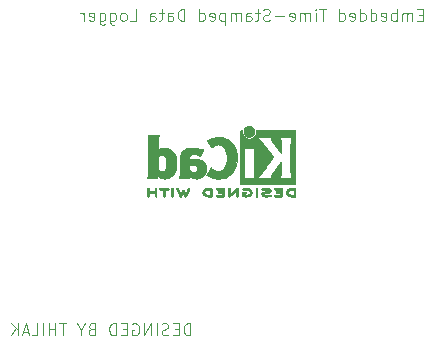
<source format=gbo>
%TF.GenerationSoftware,KiCad,Pcbnew,9.0.6*%
%TF.CreationDate,2025-12-29T02:05:30+05:30*%
%TF.ProjectId,DATA LOGGER,44415441-204c-44f4-9747-45522e6b6963,rev?*%
%TF.SameCoordinates,Original*%
%TF.FileFunction,Legend,Bot*%
%TF.FilePolarity,Positive*%
%FSLAX46Y46*%
G04 Gerber Fmt 4.6, Leading zero omitted, Abs format (unit mm)*
G04 Created by KiCad (PCBNEW 9.0.6) date 2025-12-29 02:05:30*
%MOMM*%
%LPD*%
G01*
G04 APERTURE LIST*
%ADD10C,0.100000*%
%ADD11C,0.010000*%
G04 APERTURE END LIST*
D10*
X91589615Y-60728609D02*
X91256282Y-60728609D01*
X91113425Y-61252419D02*
X91589615Y-61252419D01*
X91589615Y-61252419D02*
X91589615Y-60252419D01*
X91589615Y-60252419D02*
X91113425Y-60252419D01*
X90684853Y-61252419D02*
X90684853Y-60585752D01*
X90684853Y-60680990D02*
X90637234Y-60633371D01*
X90637234Y-60633371D02*
X90541996Y-60585752D01*
X90541996Y-60585752D02*
X90399139Y-60585752D01*
X90399139Y-60585752D02*
X90303901Y-60633371D01*
X90303901Y-60633371D02*
X90256282Y-60728609D01*
X90256282Y-60728609D02*
X90256282Y-61252419D01*
X90256282Y-60728609D02*
X90208663Y-60633371D01*
X90208663Y-60633371D02*
X90113425Y-60585752D01*
X90113425Y-60585752D02*
X89970568Y-60585752D01*
X89970568Y-60585752D02*
X89875329Y-60633371D01*
X89875329Y-60633371D02*
X89827710Y-60728609D01*
X89827710Y-60728609D02*
X89827710Y-61252419D01*
X89351520Y-61252419D02*
X89351520Y-60252419D01*
X89351520Y-60633371D02*
X89256282Y-60585752D01*
X89256282Y-60585752D02*
X89065806Y-60585752D01*
X89065806Y-60585752D02*
X88970568Y-60633371D01*
X88970568Y-60633371D02*
X88922949Y-60680990D01*
X88922949Y-60680990D02*
X88875330Y-60776228D01*
X88875330Y-60776228D02*
X88875330Y-61061942D01*
X88875330Y-61061942D02*
X88922949Y-61157180D01*
X88922949Y-61157180D02*
X88970568Y-61204800D01*
X88970568Y-61204800D02*
X89065806Y-61252419D01*
X89065806Y-61252419D02*
X89256282Y-61252419D01*
X89256282Y-61252419D02*
X89351520Y-61204800D01*
X88065806Y-61204800D02*
X88161044Y-61252419D01*
X88161044Y-61252419D02*
X88351520Y-61252419D01*
X88351520Y-61252419D02*
X88446758Y-61204800D01*
X88446758Y-61204800D02*
X88494377Y-61109561D01*
X88494377Y-61109561D02*
X88494377Y-60728609D01*
X88494377Y-60728609D02*
X88446758Y-60633371D01*
X88446758Y-60633371D02*
X88351520Y-60585752D01*
X88351520Y-60585752D02*
X88161044Y-60585752D01*
X88161044Y-60585752D02*
X88065806Y-60633371D01*
X88065806Y-60633371D02*
X88018187Y-60728609D01*
X88018187Y-60728609D02*
X88018187Y-60823847D01*
X88018187Y-60823847D02*
X88494377Y-60919085D01*
X87161044Y-61252419D02*
X87161044Y-60252419D01*
X87161044Y-61204800D02*
X87256282Y-61252419D01*
X87256282Y-61252419D02*
X87446758Y-61252419D01*
X87446758Y-61252419D02*
X87541996Y-61204800D01*
X87541996Y-61204800D02*
X87589615Y-61157180D01*
X87589615Y-61157180D02*
X87637234Y-61061942D01*
X87637234Y-61061942D02*
X87637234Y-60776228D01*
X87637234Y-60776228D02*
X87589615Y-60680990D01*
X87589615Y-60680990D02*
X87541996Y-60633371D01*
X87541996Y-60633371D02*
X87446758Y-60585752D01*
X87446758Y-60585752D02*
X87256282Y-60585752D01*
X87256282Y-60585752D02*
X87161044Y-60633371D01*
X86256282Y-61252419D02*
X86256282Y-60252419D01*
X86256282Y-61204800D02*
X86351520Y-61252419D01*
X86351520Y-61252419D02*
X86541996Y-61252419D01*
X86541996Y-61252419D02*
X86637234Y-61204800D01*
X86637234Y-61204800D02*
X86684853Y-61157180D01*
X86684853Y-61157180D02*
X86732472Y-61061942D01*
X86732472Y-61061942D02*
X86732472Y-60776228D01*
X86732472Y-60776228D02*
X86684853Y-60680990D01*
X86684853Y-60680990D02*
X86637234Y-60633371D01*
X86637234Y-60633371D02*
X86541996Y-60585752D01*
X86541996Y-60585752D02*
X86351520Y-60585752D01*
X86351520Y-60585752D02*
X86256282Y-60633371D01*
X85399139Y-61204800D02*
X85494377Y-61252419D01*
X85494377Y-61252419D02*
X85684853Y-61252419D01*
X85684853Y-61252419D02*
X85780091Y-61204800D01*
X85780091Y-61204800D02*
X85827710Y-61109561D01*
X85827710Y-61109561D02*
X85827710Y-60728609D01*
X85827710Y-60728609D02*
X85780091Y-60633371D01*
X85780091Y-60633371D02*
X85684853Y-60585752D01*
X85684853Y-60585752D02*
X85494377Y-60585752D01*
X85494377Y-60585752D02*
X85399139Y-60633371D01*
X85399139Y-60633371D02*
X85351520Y-60728609D01*
X85351520Y-60728609D02*
X85351520Y-60823847D01*
X85351520Y-60823847D02*
X85827710Y-60919085D01*
X84494377Y-61252419D02*
X84494377Y-60252419D01*
X84494377Y-61204800D02*
X84589615Y-61252419D01*
X84589615Y-61252419D02*
X84780091Y-61252419D01*
X84780091Y-61252419D02*
X84875329Y-61204800D01*
X84875329Y-61204800D02*
X84922948Y-61157180D01*
X84922948Y-61157180D02*
X84970567Y-61061942D01*
X84970567Y-61061942D02*
X84970567Y-60776228D01*
X84970567Y-60776228D02*
X84922948Y-60680990D01*
X84922948Y-60680990D02*
X84875329Y-60633371D01*
X84875329Y-60633371D02*
X84780091Y-60585752D01*
X84780091Y-60585752D02*
X84589615Y-60585752D01*
X84589615Y-60585752D02*
X84494377Y-60633371D01*
X83399138Y-60252419D02*
X82827710Y-60252419D01*
X83113424Y-61252419D02*
X83113424Y-60252419D01*
X82494376Y-61252419D02*
X82494376Y-60585752D01*
X82494376Y-60252419D02*
X82541995Y-60300038D01*
X82541995Y-60300038D02*
X82494376Y-60347657D01*
X82494376Y-60347657D02*
X82446757Y-60300038D01*
X82446757Y-60300038D02*
X82494376Y-60252419D01*
X82494376Y-60252419D02*
X82494376Y-60347657D01*
X82018186Y-61252419D02*
X82018186Y-60585752D01*
X82018186Y-60680990D02*
X81970567Y-60633371D01*
X81970567Y-60633371D02*
X81875329Y-60585752D01*
X81875329Y-60585752D02*
X81732472Y-60585752D01*
X81732472Y-60585752D02*
X81637234Y-60633371D01*
X81637234Y-60633371D02*
X81589615Y-60728609D01*
X81589615Y-60728609D02*
X81589615Y-61252419D01*
X81589615Y-60728609D02*
X81541996Y-60633371D01*
X81541996Y-60633371D02*
X81446758Y-60585752D01*
X81446758Y-60585752D02*
X81303901Y-60585752D01*
X81303901Y-60585752D02*
X81208662Y-60633371D01*
X81208662Y-60633371D02*
X81161043Y-60728609D01*
X81161043Y-60728609D02*
X81161043Y-61252419D01*
X80303901Y-61204800D02*
X80399139Y-61252419D01*
X80399139Y-61252419D02*
X80589615Y-61252419D01*
X80589615Y-61252419D02*
X80684853Y-61204800D01*
X80684853Y-61204800D02*
X80732472Y-61109561D01*
X80732472Y-61109561D02*
X80732472Y-60728609D01*
X80732472Y-60728609D02*
X80684853Y-60633371D01*
X80684853Y-60633371D02*
X80589615Y-60585752D01*
X80589615Y-60585752D02*
X80399139Y-60585752D01*
X80399139Y-60585752D02*
X80303901Y-60633371D01*
X80303901Y-60633371D02*
X80256282Y-60728609D01*
X80256282Y-60728609D02*
X80256282Y-60823847D01*
X80256282Y-60823847D02*
X80732472Y-60919085D01*
X79827710Y-60871466D02*
X79065806Y-60871466D01*
X78637234Y-61204800D02*
X78494377Y-61252419D01*
X78494377Y-61252419D02*
X78256282Y-61252419D01*
X78256282Y-61252419D02*
X78161044Y-61204800D01*
X78161044Y-61204800D02*
X78113425Y-61157180D01*
X78113425Y-61157180D02*
X78065806Y-61061942D01*
X78065806Y-61061942D02*
X78065806Y-60966704D01*
X78065806Y-60966704D02*
X78113425Y-60871466D01*
X78113425Y-60871466D02*
X78161044Y-60823847D01*
X78161044Y-60823847D02*
X78256282Y-60776228D01*
X78256282Y-60776228D02*
X78446758Y-60728609D01*
X78446758Y-60728609D02*
X78541996Y-60680990D01*
X78541996Y-60680990D02*
X78589615Y-60633371D01*
X78589615Y-60633371D02*
X78637234Y-60538133D01*
X78637234Y-60538133D02*
X78637234Y-60442895D01*
X78637234Y-60442895D02*
X78589615Y-60347657D01*
X78589615Y-60347657D02*
X78541996Y-60300038D01*
X78541996Y-60300038D02*
X78446758Y-60252419D01*
X78446758Y-60252419D02*
X78208663Y-60252419D01*
X78208663Y-60252419D02*
X78065806Y-60300038D01*
X77780091Y-60585752D02*
X77399139Y-60585752D01*
X77637234Y-60252419D02*
X77637234Y-61109561D01*
X77637234Y-61109561D02*
X77589615Y-61204800D01*
X77589615Y-61204800D02*
X77494377Y-61252419D01*
X77494377Y-61252419D02*
X77399139Y-61252419D01*
X76637234Y-61252419D02*
X76637234Y-60728609D01*
X76637234Y-60728609D02*
X76684853Y-60633371D01*
X76684853Y-60633371D02*
X76780091Y-60585752D01*
X76780091Y-60585752D02*
X76970567Y-60585752D01*
X76970567Y-60585752D02*
X77065805Y-60633371D01*
X76637234Y-61204800D02*
X76732472Y-61252419D01*
X76732472Y-61252419D02*
X76970567Y-61252419D01*
X76970567Y-61252419D02*
X77065805Y-61204800D01*
X77065805Y-61204800D02*
X77113424Y-61109561D01*
X77113424Y-61109561D02*
X77113424Y-61014323D01*
X77113424Y-61014323D02*
X77065805Y-60919085D01*
X77065805Y-60919085D02*
X76970567Y-60871466D01*
X76970567Y-60871466D02*
X76732472Y-60871466D01*
X76732472Y-60871466D02*
X76637234Y-60823847D01*
X76161043Y-61252419D02*
X76161043Y-60585752D01*
X76161043Y-60680990D02*
X76113424Y-60633371D01*
X76113424Y-60633371D02*
X76018186Y-60585752D01*
X76018186Y-60585752D02*
X75875329Y-60585752D01*
X75875329Y-60585752D02*
X75780091Y-60633371D01*
X75780091Y-60633371D02*
X75732472Y-60728609D01*
X75732472Y-60728609D02*
X75732472Y-61252419D01*
X75732472Y-60728609D02*
X75684853Y-60633371D01*
X75684853Y-60633371D02*
X75589615Y-60585752D01*
X75589615Y-60585752D02*
X75446758Y-60585752D01*
X75446758Y-60585752D02*
X75351519Y-60633371D01*
X75351519Y-60633371D02*
X75303900Y-60728609D01*
X75303900Y-60728609D02*
X75303900Y-61252419D01*
X74827710Y-60585752D02*
X74827710Y-61585752D01*
X74827710Y-60633371D02*
X74732472Y-60585752D01*
X74732472Y-60585752D02*
X74541996Y-60585752D01*
X74541996Y-60585752D02*
X74446758Y-60633371D01*
X74446758Y-60633371D02*
X74399139Y-60680990D01*
X74399139Y-60680990D02*
X74351520Y-60776228D01*
X74351520Y-60776228D02*
X74351520Y-61061942D01*
X74351520Y-61061942D02*
X74399139Y-61157180D01*
X74399139Y-61157180D02*
X74446758Y-61204800D01*
X74446758Y-61204800D02*
X74541996Y-61252419D01*
X74541996Y-61252419D02*
X74732472Y-61252419D01*
X74732472Y-61252419D02*
X74827710Y-61204800D01*
X73541996Y-61204800D02*
X73637234Y-61252419D01*
X73637234Y-61252419D02*
X73827710Y-61252419D01*
X73827710Y-61252419D02*
X73922948Y-61204800D01*
X73922948Y-61204800D02*
X73970567Y-61109561D01*
X73970567Y-61109561D02*
X73970567Y-60728609D01*
X73970567Y-60728609D02*
X73922948Y-60633371D01*
X73922948Y-60633371D02*
X73827710Y-60585752D01*
X73827710Y-60585752D02*
X73637234Y-60585752D01*
X73637234Y-60585752D02*
X73541996Y-60633371D01*
X73541996Y-60633371D02*
X73494377Y-60728609D01*
X73494377Y-60728609D02*
X73494377Y-60823847D01*
X73494377Y-60823847D02*
X73970567Y-60919085D01*
X72637234Y-61252419D02*
X72637234Y-60252419D01*
X72637234Y-61204800D02*
X72732472Y-61252419D01*
X72732472Y-61252419D02*
X72922948Y-61252419D01*
X72922948Y-61252419D02*
X73018186Y-61204800D01*
X73018186Y-61204800D02*
X73065805Y-61157180D01*
X73065805Y-61157180D02*
X73113424Y-61061942D01*
X73113424Y-61061942D02*
X73113424Y-60776228D01*
X73113424Y-60776228D02*
X73065805Y-60680990D01*
X73065805Y-60680990D02*
X73018186Y-60633371D01*
X73018186Y-60633371D02*
X72922948Y-60585752D01*
X72922948Y-60585752D02*
X72732472Y-60585752D01*
X72732472Y-60585752D02*
X72637234Y-60633371D01*
X71399138Y-61252419D02*
X71399138Y-60252419D01*
X71399138Y-60252419D02*
X71161043Y-60252419D01*
X71161043Y-60252419D02*
X71018186Y-60300038D01*
X71018186Y-60300038D02*
X70922948Y-60395276D01*
X70922948Y-60395276D02*
X70875329Y-60490514D01*
X70875329Y-60490514D02*
X70827710Y-60680990D01*
X70827710Y-60680990D02*
X70827710Y-60823847D01*
X70827710Y-60823847D02*
X70875329Y-61014323D01*
X70875329Y-61014323D02*
X70922948Y-61109561D01*
X70922948Y-61109561D02*
X71018186Y-61204800D01*
X71018186Y-61204800D02*
X71161043Y-61252419D01*
X71161043Y-61252419D02*
X71399138Y-61252419D01*
X69970567Y-61252419D02*
X69970567Y-60728609D01*
X69970567Y-60728609D02*
X70018186Y-60633371D01*
X70018186Y-60633371D02*
X70113424Y-60585752D01*
X70113424Y-60585752D02*
X70303900Y-60585752D01*
X70303900Y-60585752D02*
X70399138Y-60633371D01*
X69970567Y-61204800D02*
X70065805Y-61252419D01*
X70065805Y-61252419D02*
X70303900Y-61252419D01*
X70303900Y-61252419D02*
X70399138Y-61204800D01*
X70399138Y-61204800D02*
X70446757Y-61109561D01*
X70446757Y-61109561D02*
X70446757Y-61014323D01*
X70446757Y-61014323D02*
X70399138Y-60919085D01*
X70399138Y-60919085D02*
X70303900Y-60871466D01*
X70303900Y-60871466D02*
X70065805Y-60871466D01*
X70065805Y-60871466D02*
X69970567Y-60823847D01*
X69637233Y-60585752D02*
X69256281Y-60585752D01*
X69494376Y-60252419D02*
X69494376Y-61109561D01*
X69494376Y-61109561D02*
X69446757Y-61204800D01*
X69446757Y-61204800D02*
X69351519Y-61252419D01*
X69351519Y-61252419D02*
X69256281Y-61252419D01*
X68494376Y-61252419D02*
X68494376Y-60728609D01*
X68494376Y-60728609D02*
X68541995Y-60633371D01*
X68541995Y-60633371D02*
X68637233Y-60585752D01*
X68637233Y-60585752D02*
X68827709Y-60585752D01*
X68827709Y-60585752D02*
X68922947Y-60633371D01*
X68494376Y-61204800D02*
X68589614Y-61252419D01*
X68589614Y-61252419D02*
X68827709Y-61252419D01*
X68827709Y-61252419D02*
X68922947Y-61204800D01*
X68922947Y-61204800D02*
X68970566Y-61109561D01*
X68970566Y-61109561D02*
X68970566Y-61014323D01*
X68970566Y-61014323D02*
X68922947Y-60919085D01*
X68922947Y-60919085D02*
X68827709Y-60871466D01*
X68827709Y-60871466D02*
X68589614Y-60871466D01*
X68589614Y-60871466D02*
X68494376Y-60823847D01*
X66780090Y-61252419D02*
X67256280Y-61252419D01*
X67256280Y-61252419D02*
X67256280Y-60252419D01*
X66303899Y-61252419D02*
X66399137Y-61204800D01*
X66399137Y-61204800D02*
X66446756Y-61157180D01*
X66446756Y-61157180D02*
X66494375Y-61061942D01*
X66494375Y-61061942D02*
X66494375Y-60776228D01*
X66494375Y-60776228D02*
X66446756Y-60680990D01*
X66446756Y-60680990D02*
X66399137Y-60633371D01*
X66399137Y-60633371D02*
X66303899Y-60585752D01*
X66303899Y-60585752D02*
X66161042Y-60585752D01*
X66161042Y-60585752D02*
X66065804Y-60633371D01*
X66065804Y-60633371D02*
X66018185Y-60680990D01*
X66018185Y-60680990D02*
X65970566Y-60776228D01*
X65970566Y-60776228D02*
X65970566Y-61061942D01*
X65970566Y-61061942D02*
X66018185Y-61157180D01*
X66018185Y-61157180D02*
X66065804Y-61204800D01*
X66065804Y-61204800D02*
X66161042Y-61252419D01*
X66161042Y-61252419D02*
X66303899Y-61252419D01*
X65113423Y-60585752D02*
X65113423Y-61395276D01*
X65113423Y-61395276D02*
X65161042Y-61490514D01*
X65161042Y-61490514D02*
X65208661Y-61538133D01*
X65208661Y-61538133D02*
X65303899Y-61585752D01*
X65303899Y-61585752D02*
X65446756Y-61585752D01*
X65446756Y-61585752D02*
X65541994Y-61538133D01*
X65113423Y-61204800D02*
X65208661Y-61252419D01*
X65208661Y-61252419D02*
X65399137Y-61252419D01*
X65399137Y-61252419D02*
X65494375Y-61204800D01*
X65494375Y-61204800D02*
X65541994Y-61157180D01*
X65541994Y-61157180D02*
X65589613Y-61061942D01*
X65589613Y-61061942D02*
X65589613Y-60776228D01*
X65589613Y-60776228D02*
X65541994Y-60680990D01*
X65541994Y-60680990D02*
X65494375Y-60633371D01*
X65494375Y-60633371D02*
X65399137Y-60585752D01*
X65399137Y-60585752D02*
X65208661Y-60585752D01*
X65208661Y-60585752D02*
X65113423Y-60633371D01*
X64208661Y-60585752D02*
X64208661Y-61395276D01*
X64208661Y-61395276D02*
X64256280Y-61490514D01*
X64256280Y-61490514D02*
X64303899Y-61538133D01*
X64303899Y-61538133D02*
X64399137Y-61585752D01*
X64399137Y-61585752D02*
X64541994Y-61585752D01*
X64541994Y-61585752D02*
X64637232Y-61538133D01*
X64208661Y-61204800D02*
X64303899Y-61252419D01*
X64303899Y-61252419D02*
X64494375Y-61252419D01*
X64494375Y-61252419D02*
X64589613Y-61204800D01*
X64589613Y-61204800D02*
X64637232Y-61157180D01*
X64637232Y-61157180D02*
X64684851Y-61061942D01*
X64684851Y-61061942D02*
X64684851Y-60776228D01*
X64684851Y-60776228D02*
X64637232Y-60680990D01*
X64637232Y-60680990D02*
X64589613Y-60633371D01*
X64589613Y-60633371D02*
X64494375Y-60585752D01*
X64494375Y-60585752D02*
X64303899Y-60585752D01*
X64303899Y-60585752D02*
X64208661Y-60633371D01*
X63351518Y-61204800D02*
X63446756Y-61252419D01*
X63446756Y-61252419D02*
X63637232Y-61252419D01*
X63637232Y-61252419D02*
X63732470Y-61204800D01*
X63732470Y-61204800D02*
X63780089Y-61109561D01*
X63780089Y-61109561D02*
X63780089Y-60728609D01*
X63780089Y-60728609D02*
X63732470Y-60633371D01*
X63732470Y-60633371D02*
X63637232Y-60585752D01*
X63637232Y-60585752D02*
X63446756Y-60585752D01*
X63446756Y-60585752D02*
X63351518Y-60633371D01*
X63351518Y-60633371D02*
X63303899Y-60728609D01*
X63303899Y-60728609D02*
X63303899Y-60823847D01*
X63303899Y-60823847D02*
X63780089Y-60919085D01*
X62875327Y-61252419D02*
X62875327Y-60585752D01*
X62875327Y-60776228D02*
X62827708Y-60680990D01*
X62827708Y-60680990D02*
X62780089Y-60633371D01*
X62780089Y-60633371D02*
X62684851Y-60585752D01*
X62684851Y-60585752D02*
X62589613Y-60585752D01*
X71896115Y-87872419D02*
X71896115Y-86872419D01*
X71896115Y-86872419D02*
X71658020Y-86872419D01*
X71658020Y-86872419D02*
X71515163Y-86920038D01*
X71515163Y-86920038D02*
X71419925Y-87015276D01*
X71419925Y-87015276D02*
X71372306Y-87110514D01*
X71372306Y-87110514D02*
X71324687Y-87300990D01*
X71324687Y-87300990D02*
X71324687Y-87443847D01*
X71324687Y-87443847D02*
X71372306Y-87634323D01*
X71372306Y-87634323D02*
X71419925Y-87729561D01*
X71419925Y-87729561D02*
X71515163Y-87824800D01*
X71515163Y-87824800D02*
X71658020Y-87872419D01*
X71658020Y-87872419D02*
X71896115Y-87872419D01*
X70896115Y-87348609D02*
X70562782Y-87348609D01*
X70419925Y-87872419D02*
X70896115Y-87872419D01*
X70896115Y-87872419D02*
X70896115Y-86872419D01*
X70896115Y-86872419D02*
X70419925Y-86872419D01*
X70038972Y-87824800D02*
X69896115Y-87872419D01*
X69896115Y-87872419D02*
X69658020Y-87872419D01*
X69658020Y-87872419D02*
X69562782Y-87824800D01*
X69562782Y-87824800D02*
X69515163Y-87777180D01*
X69515163Y-87777180D02*
X69467544Y-87681942D01*
X69467544Y-87681942D02*
X69467544Y-87586704D01*
X69467544Y-87586704D02*
X69515163Y-87491466D01*
X69515163Y-87491466D02*
X69562782Y-87443847D01*
X69562782Y-87443847D02*
X69658020Y-87396228D01*
X69658020Y-87396228D02*
X69848496Y-87348609D01*
X69848496Y-87348609D02*
X69943734Y-87300990D01*
X69943734Y-87300990D02*
X69991353Y-87253371D01*
X69991353Y-87253371D02*
X70038972Y-87158133D01*
X70038972Y-87158133D02*
X70038972Y-87062895D01*
X70038972Y-87062895D02*
X69991353Y-86967657D01*
X69991353Y-86967657D02*
X69943734Y-86920038D01*
X69943734Y-86920038D02*
X69848496Y-86872419D01*
X69848496Y-86872419D02*
X69610401Y-86872419D01*
X69610401Y-86872419D02*
X69467544Y-86920038D01*
X69038972Y-87872419D02*
X69038972Y-86872419D01*
X68562782Y-87872419D02*
X68562782Y-86872419D01*
X68562782Y-86872419D02*
X67991354Y-87872419D01*
X67991354Y-87872419D02*
X67991354Y-86872419D01*
X66991354Y-86920038D02*
X67086592Y-86872419D01*
X67086592Y-86872419D02*
X67229449Y-86872419D01*
X67229449Y-86872419D02*
X67372306Y-86920038D01*
X67372306Y-86920038D02*
X67467544Y-87015276D01*
X67467544Y-87015276D02*
X67515163Y-87110514D01*
X67515163Y-87110514D02*
X67562782Y-87300990D01*
X67562782Y-87300990D02*
X67562782Y-87443847D01*
X67562782Y-87443847D02*
X67515163Y-87634323D01*
X67515163Y-87634323D02*
X67467544Y-87729561D01*
X67467544Y-87729561D02*
X67372306Y-87824800D01*
X67372306Y-87824800D02*
X67229449Y-87872419D01*
X67229449Y-87872419D02*
X67134211Y-87872419D01*
X67134211Y-87872419D02*
X66991354Y-87824800D01*
X66991354Y-87824800D02*
X66943735Y-87777180D01*
X66943735Y-87777180D02*
X66943735Y-87443847D01*
X66943735Y-87443847D02*
X67134211Y-87443847D01*
X66515163Y-87348609D02*
X66181830Y-87348609D01*
X66038973Y-87872419D02*
X66515163Y-87872419D01*
X66515163Y-87872419D02*
X66515163Y-86872419D01*
X66515163Y-86872419D02*
X66038973Y-86872419D01*
X65610401Y-87872419D02*
X65610401Y-86872419D01*
X65610401Y-86872419D02*
X65372306Y-86872419D01*
X65372306Y-86872419D02*
X65229449Y-86920038D01*
X65229449Y-86920038D02*
X65134211Y-87015276D01*
X65134211Y-87015276D02*
X65086592Y-87110514D01*
X65086592Y-87110514D02*
X65038973Y-87300990D01*
X65038973Y-87300990D02*
X65038973Y-87443847D01*
X65038973Y-87443847D02*
X65086592Y-87634323D01*
X65086592Y-87634323D02*
X65134211Y-87729561D01*
X65134211Y-87729561D02*
X65229449Y-87824800D01*
X65229449Y-87824800D02*
X65372306Y-87872419D01*
X65372306Y-87872419D02*
X65610401Y-87872419D01*
X63515163Y-87348609D02*
X63372306Y-87396228D01*
X63372306Y-87396228D02*
X63324687Y-87443847D01*
X63324687Y-87443847D02*
X63277068Y-87539085D01*
X63277068Y-87539085D02*
X63277068Y-87681942D01*
X63277068Y-87681942D02*
X63324687Y-87777180D01*
X63324687Y-87777180D02*
X63372306Y-87824800D01*
X63372306Y-87824800D02*
X63467544Y-87872419D01*
X63467544Y-87872419D02*
X63848496Y-87872419D01*
X63848496Y-87872419D02*
X63848496Y-86872419D01*
X63848496Y-86872419D02*
X63515163Y-86872419D01*
X63515163Y-86872419D02*
X63419925Y-86920038D01*
X63419925Y-86920038D02*
X63372306Y-86967657D01*
X63372306Y-86967657D02*
X63324687Y-87062895D01*
X63324687Y-87062895D02*
X63324687Y-87158133D01*
X63324687Y-87158133D02*
X63372306Y-87253371D01*
X63372306Y-87253371D02*
X63419925Y-87300990D01*
X63419925Y-87300990D02*
X63515163Y-87348609D01*
X63515163Y-87348609D02*
X63848496Y-87348609D01*
X62658020Y-87396228D02*
X62658020Y-87872419D01*
X62991353Y-86872419D02*
X62658020Y-87396228D01*
X62658020Y-87396228D02*
X62324687Y-86872419D01*
X61372305Y-86872419D02*
X60800877Y-86872419D01*
X61086591Y-87872419D02*
X61086591Y-86872419D01*
X60467543Y-87872419D02*
X60467543Y-86872419D01*
X60467543Y-87348609D02*
X59896115Y-87348609D01*
X59896115Y-87872419D02*
X59896115Y-86872419D01*
X59419924Y-87872419D02*
X59419924Y-86872419D01*
X58467544Y-87872419D02*
X58943734Y-87872419D01*
X58943734Y-87872419D02*
X58943734Y-86872419D01*
X58181829Y-87586704D02*
X57705639Y-87586704D01*
X58277067Y-87872419D02*
X57943734Y-86872419D01*
X57943734Y-86872419D02*
X57610401Y-87872419D01*
X57277067Y-87872419D02*
X57277067Y-86872419D01*
X56705639Y-87872419D02*
X57134210Y-87300990D01*
X56705639Y-86872419D02*
X57277067Y-87443847D01*
D11*
%TO.C,REF\u002A\u002A*%
X70375406Y-75404949D02*
X70401127Y-75420647D01*
X70427778Y-75442227D01*
X70427778Y-76089684D01*
X70401127Y-76111264D01*
X70369767Y-76128739D01*
X70333966Y-76129575D01*
X70302528Y-76109082D01*
X70298652Y-76104416D01*
X70293186Y-76094949D01*
X70288979Y-76081267D01*
X70285867Y-76060748D01*
X70283687Y-76030768D01*
X70282276Y-75988704D01*
X70281471Y-75931932D01*
X70281107Y-75857830D01*
X70281022Y-75763773D01*
X70281022Y-75442227D01*
X70307673Y-75420647D01*
X70331386Y-75405877D01*
X70354400Y-75399067D01*
X70375406Y-75404949D01*
G36*
X70375406Y-75404949D02*
G01*
X70401127Y-75420647D01*
X70427778Y-75442227D01*
X70427778Y-76089684D01*
X70401127Y-76111264D01*
X70369767Y-76128739D01*
X70333966Y-76129575D01*
X70302528Y-76109082D01*
X70298652Y-76104416D01*
X70293186Y-76094949D01*
X70288979Y-76081267D01*
X70285867Y-76060748D01*
X70283687Y-76030768D01*
X70282276Y-75988704D01*
X70281471Y-75931932D01*
X70281107Y-75857830D01*
X70281022Y-75763773D01*
X70281022Y-75442227D01*
X70307673Y-75420647D01*
X70331386Y-75405877D01*
X70354400Y-75399067D01*
X70375406Y-75404949D01*
G37*
X77506137Y-75403463D02*
X77540291Y-75426776D01*
X77568000Y-75454485D01*
X77568000Y-75767537D01*
X77567959Y-75851567D01*
X77567701Y-75925789D01*
X77567030Y-75982541D01*
X77565752Y-76024512D01*
X77563673Y-76054389D01*
X77560599Y-76074861D01*
X77556334Y-76088614D01*
X77550684Y-76098337D01*
X77543455Y-76106717D01*
X77511991Y-76128181D01*
X77476826Y-76129947D01*
X77443822Y-76110267D01*
X77438516Y-76104398D01*
X77433066Y-76095314D01*
X77428900Y-76081973D01*
X77425846Y-76061757D01*
X77423732Y-76032049D01*
X77422386Y-75990232D01*
X77421638Y-75933689D01*
X77421314Y-75859802D01*
X77421245Y-75765956D01*
X77421284Y-75690294D01*
X77421539Y-75612385D01*
X77422183Y-75552375D01*
X77423387Y-75507648D01*
X77425324Y-75475585D01*
X77428164Y-75453571D01*
X77432079Y-75438987D01*
X77437242Y-75429218D01*
X77443822Y-75421645D01*
X77473006Y-75402623D01*
X77506137Y-75403463D01*
G36*
X77506137Y-75403463D02*
G01*
X77540291Y-75426776D01*
X77568000Y-75454485D01*
X77568000Y-75767537D01*
X77567959Y-75851567D01*
X77567701Y-75925789D01*
X77567030Y-75982541D01*
X77565752Y-76024512D01*
X77563673Y-76054389D01*
X77560599Y-76074861D01*
X77556334Y-76088614D01*
X77550684Y-76098337D01*
X77543455Y-76106717D01*
X77511991Y-76128181D01*
X77476826Y-76129947D01*
X77443822Y-76110267D01*
X77438516Y-76104398D01*
X77433066Y-76095314D01*
X77428900Y-76081973D01*
X77425846Y-76061757D01*
X77423732Y-76032049D01*
X77422386Y-75990232D01*
X77421638Y-75933689D01*
X77421314Y-75859802D01*
X77421245Y-75765956D01*
X77421284Y-75690294D01*
X77421539Y-75612385D01*
X77422183Y-75552375D01*
X77423387Y-75507648D01*
X77425324Y-75475585D01*
X77428164Y-75453571D01*
X77432079Y-75438987D01*
X77437242Y-75429218D01*
X77443822Y-75421645D01*
X77473006Y-75402623D01*
X77506137Y-75403463D01*
G37*
X76974562Y-70162850D02*
X77057313Y-70190053D01*
X77132406Y-70235484D01*
X77204298Y-70301302D01*
X77242846Y-70345567D01*
X77282256Y-70403961D01*
X77307446Y-70464586D01*
X77320861Y-70533865D01*
X77324948Y-70618222D01*
X77324669Y-70664307D01*
X77322460Y-70705450D01*
X77316894Y-70737582D01*
X77306586Y-70768122D01*
X77290148Y-70804489D01*
X77276200Y-70831728D01*
X77217665Y-70917429D01*
X77145619Y-70986617D01*
X77061947Y-71037741D01*
X76968531Y-71069250D01*
X76935434Y-71076225D01*
X76894960Y-71083094D01*
X76861999Y-71084919D01*
X76827698Y-71081947D01*
X76783200Y-71074426D01*
X76731934Y-71062002D01*
X76641434Y-71024112D01*
X76562345Y-70969836D01*
X76496528Y-70901770D01*
X76445840Y-70822511D01*
X76412140Y-70734654D01*
X76397286Y-70640795D01*
X76403136Y-70543530D01*
X76429399Y-70447220D01*
X76474418Y-70358494D01*
X76535373Y-70283419D01*
X76610184Y-70223641D01*
X76696768Y-70180809D01*
X76793043Y-70156571D01*
X76896928Y-70152576D01*
X76974562Y-70162850D01*
G36*
X76974562Y-70162850D02*
G01*
X77057313Y-70190053D01*
X77132406Y-70235484D01*
X77204298Y-70301302D01*
X77242846Y-70345567D01*
X77282256Y-70403961D01*
X77307446Y-70464586D01*
X77320861Y-70533865D01*
X77324948Y-70618222D01*
X77324669Y-70664307D01*
X77322460Y-70705450D01*
X77316894Y-70737582D01*
X77306586Y-70768122D01*
X77290148Y-70804489D01*
X77276200Y-70831728D01*
X77217665Y-70917429D01*
X77145619Y-70986617D01*
X77061947Y-71037741D01*
X76968531Y-71069250D01*
X76935434Y-71076225D01*
X76894960Y-71083094D01*
X76861999Y-71084919D01*
X76827698Y-71081947D01*
X76783200Y-71074426D01*
X76731934Y-71062002D01*
X76641434Y-71024112D01*
X76562345Y-70969836D01*
X76496528Y-70901770D01*
X76445840Y-70822511D01*
X76412140Y-70734654D01*
X76397286Y-70640795D01*
X76403136Y-70543530D01*
X76429399Y-70447220D01*
X76474418Y-70358494D01*
X76535373Y-70283419D01*
X76610184Y-70223641D01*
X76696768Y-70180809D01*
X76793043Y-70156571D01*
X76896928Y-70152576D01*
X76974562Y-70162850D01*
G37*
X69675767Y-75399068D02*
X69769890Y-75399158D01*
X69844405Y-75399498D01*
X69901811Y-75400239D01*
X69944611Y-75401535D01*
X69975304Y-75403537D01*
X69996391Y-75406396D01*
X70010373Y-75410266D01*
X70019750Y-75415298D01*
X70027022Y-75421645D01*
X70045828Y-75454362D01*
X70047275Y-75491939D01*
X70030917Y-75525178D01*
X70029557Y-75526631D01*
X70018354Y-75534992D01*
X70001252Y-75540547D01*
X69974082Y-75543840D01*
X69932678Y-75545418D01*
X69872873Y-75545822D01*
X69733511Y-75545822D01*
X69733511Y-75809589D01*
X69733436Y-75885417D01*
X69733028Y-75952083D01*
X69732046Y-76001867D01*
X69730250Y-76037784D01*
X69727399Y-76062850D01*
X69723253Y-76080081D01*
X69717571Y-76092492D01*
X69710114Y-76103100D01*
X69707824Y-76105906D01*
X69676646Y-76128548D01*
X69642266Y-76130112D01*
X69609334Y-76110267D01*
X69602355Y-76102191D01*
X69596883Y-76091593D01*
X69592863Y-76075749D01*
X69590072Y-76051773D01*
X69588288Y-76016774D01*
X69587289Y-75967864D01*
X69586852Y-75902154D01*
X69586756Y-75816756D01*
X69586756Y-75545822D01*
X69440820Y-75545822D01*
X69429720Y-75545821D01*
X69373202Y-75545596D01*
X69334358Y-75544457D01*
X69308965Y-75541657D01*
X69292804Y-75536450D01*
X69281652Y-75528089D01*
X69271289Y-75515826D01*
X69255441Y-75485138D01*
X69258543Y-75451358D01*
X69284187Y-75418822D01*
X69289129Y-75415105D01*
X69299338Y-75410269D01*
X69314764Y-75406506D01*
X69337886Y-75403683D01*
X69371183Y-75401670D01*
X69417137Y-75400333D01*
X69478228Y-75399542D01*
X69556935Y-75399163D01*
X69655740Y-75399067D01*
X69675767Y-75399068D01*
G36*
X69675767Y-75399068D02*
G01*
X69769890Y-75399158D01*
X69844405Y-75399498D01*
X69901811Y-75400239D01*
X69944611Y-75401535D01*
X69975304Y-75403537D01*
X69996391Y-75406396D01*
X70010373Y-75410266D01*
X70019750Y-75415298D01*
X70027022Y-75421645D01*
X70045828Y-75454362D01*
X70047275Y-75491939D01*
X70030917Y-75525178D01*
X70029557Y-75526631D01*
X70018354Y-75534992D01*
X70001252Y-75540547D01*
X69974082Y-75543840D01*
X69932678Y-75545418D01*
X69872873Y-75545822D01*
X69733511Y-75545822D01*
X69733511Y-75809589D01*
X69733436Y-75885417D01*
X69733028Y-75952083D01*
X69732046Y-76001867D01*
X69730250Y-76037784D01*
X69727399Y-76062850D01*
X69723253Y-76080081D01*
X69717571Y-76092492D01*
X69710114Y-76103100D01*
X69707824Y-76105906D01*
X69676646Y-76128548D01*
X69642266Y-76130112D01*
X69609334Y-76110267D01*
X69602355Y-76102191D01*
X69596883Y-76091593D01*
X69592863Y-76075749D01*
X69590072Y-76051773D01*
X69588288Y-76016774D01*
X69587289Y-75967864D01*
X69586852Y-75902154D01*
X69586756Y-75816756D01*
X69586756Y-75545822D01*
X69440820Y-75545822D01*
X69429720Y-75545821D01*
X69373202Y-75545596D01*
X69334358Y-75544457D01*
X69308965Y-75541657D01*
X69292804Y-75536450D01*
X69281652Y-75528089D01*
X69271289Y-75515826D01*
X69255441Y-75485138D01*
X69258543Y-75451358D01*
X69284187Y-75418822D01*
X69289129Y-75415105D01*
X69299338Y-75410269D01*
X69314764Y-75406506D01*
X69337886Y-75403683D01*
X69371183Y-75401670D01*
X69417137Y-75400333D01*
X69478228Y-75399542D01*
X69556935Y-75399163D01*
X69655740Y-75399067D01*
X69675767Y-75399068D01*
G37*
X68999734Y-75421645D02*
X69005366Y-75427835D01*
X69010456Y-75436041D01*
X69014543Y-75447817D01*
X69017721Y-75465276D01*
X69020087Y-75490530D01*
X69021738Y-75525690D01*
X69022769Y-75572869D01*
X69023277Y-75634177D01*
X69023359Y-75711727D01*
X69023109Y-75807631D01*
X69022625Y-75924000D01*
X69022557Y-75938175D01*
X69021971Y-75999937D01*
X69020648Y-76043620D01*
X69018103Y-76073001D01*
X69013848Y-76091855D01*
X69007396Y-76103959D01*
X68998262Y-76113089D01*
X68964804Y-76130506D01*
X68929856Y-76127604D01*
X68898953Y-76103100D01*
X68889944Y-76089897D01*
X68882492Y-76071361D01*
X68878124Y-76045333D01*
X68876069Y-76006787D01*
X68875556Y-75950700D01*
X68875556Y-75828045D01*
X68378845Y-75828045D01*
X68378845Y-75962871D01*
X68378772Y-75998662D01*
X68378009Y-76044992D01*
X68375833Y-76075526D01*
X68371536Y-76094557D01*
X68364412Y-76106374D01*
X68353755Y-76115271D01*
X68321504Y-76130341D01*
X68286217Y-76127673D01*
X68255486Y-76103100D01*
X68250831Y-76096845D01*
X68244895Y-76086321D01*
X68240364Y-76072391D01*
X68237048Y-76052317D01*
X68234759Y-76023360D01*
X68233308Y-75982780D01*
X68232505Y-75927840D01*
X68232162Y-75855799D01*
X68232089Y-75763920D01*
X68232089Y-75454485D01*
X68259798Y-75426776D01*
X68291177Y-75404533D01*
X68324406Y-75401844D01*
X68356267Y-75421645D01*
X68364553Y-75431415D01*
X68371965Y-75447307D01*
X68376302Y-75471275D01*
X68378338Y-75508148D01*
X68378845Y-75562756D01*
X68378845Y-75681289D01*
X68875556Y-75681289D01*
X68875556Y-75565776D01*
X68875994Y-75514078D01*
X68877958Y-75479554D01*
X68882474Y-75456978D01*
X68890567Y-75441126D01*
X68903265Y-75426776D01*
X68934643Y-75404533D01*
X68967872Y-75401844D01*
X68999734Y-75421645D01*
G36*
X68999734Y-75421645D02*
G01*
X69005366Y-75427835D01*
X69010456Y-75436041D01*
X69014543Y-75447817D01*
X69017721Y-75465276D01*
X69020087Y-75490530D01*
X69021738Y-75525690D01*
X69022769Y-75572869D01*
X69023277Y-75634177D01*
X69023359Y-75711727D01*
X69023109Y-75807631D01*
X69022625Y-75924000D01*
X69022557Y-75938175D01*
X69021971Y-75999937D01*
X69020648Y-76043620D01*
X69018103Y-76073001D01*
X69013848Y-76091855D01*
X69007396Y-76103959D01*
X68998262Y-76113089D01*
X68964804Y-76130506D01*
X68929856Y-76127604D01*
X68898953Y-76103100D01*
X68889944Y-76089897D01*
X68882492Y-76071361D01*
X68878124Y-76045333D01*
X68876069Y-76006787D01*
X68875556Y-75950700D01*
X68875556Y-75828045D01*
X68378845Y-75828045D01*
X68378845Y-75962871D01*
X68378772Y-75998662D01*
X68378009Y-76044992D01*
X68375833Y-76075526D01*
X68371536Y-76094557D01*
X68364412Y-76106374D01*
X68353755Y-76115271D01*
X68321504Y-76130341D01*
X68286217Y-76127673D01*
X68255486Y-76103100D01*
X68250831Y-76096845D01*
X68244895Y-76086321D01*
X68240364Y-76072391D01*
X68237048Y-76052317D01*
X68234759Y-76023360D01*
X68233308Y-75982780D01*
X68232505Y-75927840D01*
X68232162Y-75855799D01*
X68232089Y-75763920D01*
X68232089Y-75454485D01*
X68259798Y-75426776D01*
X68291177Y-75404533D01*
X68324406Y-75401844D01*
X68356267Y-75421645D01*
X68364553Y-75431415D01*
X68371965Y-75447307D01*
X68376302Y-75471275D01*
X68378338Y-75508148D01*
X68378845Y-75562756D01*
X68378845Y-75681289D01*
X68875556Y-75681289D01*
X68875556Y-75565776D01*
X68875994Y-75514078D01*
X68877958Y-75479554D01*
X68882474Y-75456978D01*
X68890567Y-75441126D01*
X68903265Y-75426776D01*
X68934643Y-75404533D01*
X68967872Y-75401844D01*
X68999734Y-75421645D01*
G37*
X73705133Y-76010396D02*
X73703163Y-76043175D01*
X73700235Y-76066095D01*
X73696158Y-76081897D01*
X73690743Y-76093319D01*
X73683803Y-76103100D01*
X73660406Y-76132845D01*
X73494714Y-76132251D01*
X73459918Y-76131953D01*
X73361435Y-76128522D01*
X73280473Y-76120839D01*
X73213379Y-76108282D01*
X73156496Y-76090227D01*
X73106169Y-76066052D01*
X73102810Y-76064135D01*
X73044998Y-76027417D01*
X73002644Y-75990451D01*
X72969828Y-75946966D01*
X72940628Y-75890689D01*
X72936346Y-75881073D01*
X72913769Y-75817887D01*
X72908034Y-75772333D01*
X73057279Y-75772333D01*
X73062892Y-75797061D01*
X73068618Y-75812939D01*
X73101548Y-75872847D01*
X73148886Y-75918600D01*
X73212652Y-75951736D01*
X73294861Y-75973790D01*
X73297655Y-75974292D01*
X73343940Y-75980255D01*
X73400336Y-75984483D01*
X73455274Y-75986089D01*
X73549156Y-75986089D01*
X73549156Y-75545822D01*
X73461667Y-75546270D01*
X73394747Y-75548746D01*
X73302349Y-75559998D01*
X73223034Y-75579537D01*
X73161060Y-75606511D01*
X73130120Y-75627240D01*
X73102000Y-75657006D01*
X73078660Y-75699434D01*
X73071533Y-75715400D01*
X73059709Y-75747902D01*
X73057279Y-75772333D01*
X72908034Y-75772333D01*
X72906797Y-75762509D01*
X72915399Y-75707483D01*
X72939541Y-75645351D01*
X72940337Y-75643658D01*
X72980788Y-75574236D01*
X73031473Y-75517638D01*
X73094198Y-75473070D01*
X73170774Y-75439741D01*
X73263009Y-75416861D01*
X73372712Y-75403636D01*
X73501691Y-75399275D01*
X73505263Y-75399270D01*
X73565283Y-75399410D01*
X73607214Y-75400446D01*
X73635328Y-75403040D01*
X73653897Y-75407853D01*
X73667194Y-75415544D01*
X73679491Y-75426776D01*
X73707200Y-75454485D01*
X73707200Y-75763920D01*
X73707175Y-75825526D01*
X73706950Y-75904311D01*
X73706332Y-75965021D01*
X73705775Y-75986089D01*
X73705133Y-76010396D01*
G36*
X73705133Y-76010396D02*
G01*
X73703163Y-76043175D01*
X73700235Y-76066095D01*
X73696158Y-76081897D01*
X73690743Y-76093319D01*
X73683803Y-76103100D01*
X73660406Y-76132845D01*
X73494714Y-76132251D01*
X73459918Y-76131953D01*
X73361435Y-76128522D01*
X73280473Y-76120839D01*
X73213379Y-76108282D01*
X73156496Y-76090227D01*
X73106169Y-76066052D01*
X73102810Y-76064135D01*
X73044998Y-76027417D01*
X73002644Y-75990451D01*
X72969828Y-75946966D01*
X72940628Y-75890689D01*
X72936346Y-75881073D01*
X72913769Y-75817887D01*
X72908034Y-75772333D01*
X73057279Y-75772333D01*
X73062892Y-75797061D01*
X73068618Y-75812939D01*
X73101548Y-75872847D01*
X73148886Y-75918600D01*
X73212652Y-75951736D01*
X73294861Y-75973790D01*
X73297655Y-75974292D01*
X73343940Y-75980255D01*
X73400336Y-75984483D01*
X73455274Y-75986089D01*
X73549156Y-75986089D01*
X73549156Y-75545822D01*
X73461667Y-75546270D01*
X73394747Y-75548746D01*
X73302349Y-75559998D01*
X73223034Y-75579537D01*
X73161060Y-75606511D01*
X73130120Y-75627240D01*
X73102000Y-75657006D01*
X73078660Y-75699434D01*
X73071533Y-75715400D01*
X73059709Y-75747902D01*
X73057279Y-75772333D01*
X72908034Y-75772333D01*
X72906797Y-75762509D01*
X72915399Y-75707483D01*
X72939541Y-75645351D01*
X72940337Y-75643658D01*
X72980788Y-75574236D01*
X73031473Y-75517638D01*
X73094198Y-75473070D01*
X73170774Y-75439741D01*
X73263009Y-75416861D01*
X73372712Y-75403636D01*
X73501691Y-75399275D01*
X73505263Y-75399270D01*
X73565283Y-75399410D01*
X73607214Y-75400446D01*
X73635328Y-75403040D01*
X73653897Y-75407853D01*
X73667194Y-75415544D01*
X73679491Y-75426776D01*
X73707200Y-75454485D01*
X73707200Y-75763920D01*
X73707175Y-75825526D01*
X73706950Y-75904311D01*
X73706332Y-75965021D01*
X73705775Y-75986089D01*
X73705133Y-76010396D01*
G37*
X80796817Y-75584427D02*
X80796870Y-75665041D01*
X80796622Y-75765956D01*
X80796583Y-75841617D01*
X80796328Y-75919526D01*
X80795684Y-75979536D01*
X80794480Y-76024264D01*
X80792543Y-76056326D01*
X80789703Y-76078340D01*
X80785788Y-76092924D01*
X80780626Y-76102694D01*
X80774045Y-76110267D01*
X80767077Y-76116501D01*
X80754079Y-76123801D01*
X80734931Y-76128554D01*
X80705528Y-76131292D01*
X80661762Y-76132545D01*
X80599528Y-76132845D01*
X80550582Y-76132469D01*
X80443722Y-76128041D01*
X80354494Y-76117953D01*
X80279696Y-76101365D01*
X80216125Y-76077435D01*
X80160579Y-76045321D01*
X80109854Y-76004182D01*
X80103866Y-75998330D01*
X80066999Y-75949821D01*
X80035899Y-75889013D01*
X80014417Y-75824769D01*
X80009136Y-75786026D01*
X80156353Y-75786026D01*
X80174635Y-75836961D01*
X80204305Y-75882878D01*
X80251002Y-75925287D01*
X80312392Y-75955090D01*
X80391538Y-75974226D01*
X80393028Y-75974464D01*
X80441999Y-75980256D01*
X80500693Y-75984396D01*
X80556734Y-75986004D01*
X80649867Y-75986089D01*
X80649867Y-75545822D01*
X80573667Y-75545808D01*
X80570639Y-75545817D01*
X80519519Y-75547782D01*
X80459416Y-75552507D01*
X80402708Y-75559035D01*
X80352750Y-75568331D01*
X80277998Y-75594600D01*
X80220489Y-75633899D01*
X80178988Y-75686933D01*
X80157771Y-75738200D01*
X80156353Y-75786026D01*
X80009136Y-75786026D01*
X80006400Y-75765956D01*
X80007679Y-75744739D01*
X80019991Y-75687323D01*
X80042520Y-75627413D01*
X80071750Y-75573363D01*
X80104167Y-75533532D01*
X80123708Y-75516510D01*
X80178420Y-75477322D01*
X80238723Y-75447193D01*
X80307919Y-75425232D01*
X80389311Y-75410550D01*
X80486200Y-75402259D01*
X80601889Y-75399467D01*
X80641371Y-75399066D01*
X80687082Y-75398653D01*
X80722883Y-75400457D01*
X80749974Y-75406739D01*
X80769556Y-75419759D01*
X80782830Y-75441778D01*
X80790998Y-75475055D01*
X80795260Y-75521851D01*
X80795857Y-75545822D01*
X80796817Y-75584427D01*
G36*
X80796817Y-75584427D02*
G01*
X80796870Y-75665041D01*
X80796622Y-75765956D01*
X80796583Y-75841617D01*
X80796328Y-75919526D01*
X80795684Y-75979536D01*
X80794480Y-76024264D01*
X80792543Y-76056326D01*
X80789703Y-76078340D01*
X80785788Y-76092924D01*
X80780626Y-76102694D01*
X80774045Y-76110267D01*
X80767077Y-76116501D01*
X80754079Y-76123801D01*
X80734931Y-76128554D01*
X80705528Y-76131292D01*
X80661762Y-76132545D01*
X80599528Y-76132845D01*
X80550582Y-76132469D01*
X80443722Y-76128041D01*
X80354494Y-76117953D01*
X80279696Y-76101365D01*
X80216125Y-76077435D01*
X80160579Y-76045321D01*
X80109854Y-76004182D01*
X80103866Y-75998330D01*
X80066999Y-75949821D01*
X80035899Y-75889013D01*
X80014417Y-75824769D01*
X80009136Y-75786026D01*
X80156353Y-75786026D01*
X80174635Y-75836961D01*
X80204305Y-75882878D01*
X80251002Y-75925287D01*
X80312392Y-75955090D01*
X80391538Y-75974226D01*
X80393028Y-75974464D01*
X80441999Y-75980256D01*
X80500693Y-75984396D01*
X80556734Y-75986004D01*
X80649867Y-75986089D01*
X80649867Y-75545822D01*
X80573667Y-75545808D01*
X80570639Y-75545817D01*
X80519519Y-75547782D01*
X80459416Y-75552507D01*
X80402708Y-75559035D01*
X80352750Y-75568331D01*
X80277998Y-75594600D01*
X80220489Y-75633899D01*
X80178988Y-75686933D01*
X80157771Y-75738200D01*
X80156353Y-75786026D01*
X80009136Y-75786026D01*
X80006400Y-75765956D01*
X80007679Y-75744739D01*
X80019991Y-75687323D01*
X80042520Y-75627413D01*
X80071750Y-75573363D01*
X80104167Y-75533532D01*
X80123708Y-75516510D01*
X80178420Y-75477322D01*
X80238723Y-75447193D01*
X80307919Y-75425232D01*
X80389311Y-75410550D01*
X80486200Y-75402259D01*
X80601889Y-75399467D01*
X80641371Y-75399066D01*
X80687082Y-75398653D01*
X80722883Y-75400457D01*
X80749974Y-75406739D01*
X80769556Y-75419759D01*
X80782830Y-75441778D01*
X80790998Y-75475055D01*
X80795260Y-75521851D01*
X80795857Y-75545822D01*
X80796817Y-75584427D01*
G37*
X75851893Y-75397892D02*
X75863301Y-75404029D01*
X75873850Y-75414691D01*
X75885136Y-75428811D01*
X75889589Y-75434772D01*
X75895588Y-75445268D01*
X75900167Y-75459093D01*
X75903519Y-75478998D01*
X75905833Y-75507732D01*
X75907301Y-75548045D01*
X75908113Y-75602687D01*
X75908460Y-75674407D01*
X75908534Y-75765956D01*
X75908511Y-75824486D01*
X75908292Y-75903573D01*
X75907683Y-75964516D01*
X75906492Y-76010062D01*
X75904529Y-76042963D01*
X75901603Y-76065968D01*
X75897523Y-76081826D01*
X75892097Y-76093286D01*
X75885136Y-76103100D01*
X75854708Y-76127493D01*
X75819765Y-76130372D01*
X75782784Y-76111282D01*
X75778600Y-76107807D01*
X75770424Y-76099279D01*
X75764364Y-76087728D01*
X75759981Y-76069896D01*
X75756839Y-76042524D01*
X75754502Y-76002354D01*
X75752531Y-75946128D01*
X75750489Y-75870589D01*
X75744845Y-75651458D01*
X75479556Y-75892099D01*
X75405722Y-75958875D01*
X75340542Y-76016991D01*
X75288348Y-76061949D01*
X75247273Y-76094871D01*
X75215455Y-76116879D01*
X75191026Y-76129094D01*
X75172124Y-76132639D01*
X75156883Y-76128636D01*
X75143439Y-76118207D01*
X75129927Y-76102474D01*
X75123682Y-76093991D01*
X75118050Y-76083413D01*
X75113839Y-76069255D01*
X75110887Y-76048803D01*
X75109032Y-76019342D01*
X75108113Y-75978161D01*
X75107968Y-75922544D01*
X75108435Y-75849779D01*
X75109352Y-75757151D01*
X75112667Y-75442199D01*
X75139318Y-75420633D01*
X75165383Y-75404441D01*
X75198241Y-75401670D01*
X75232772Y-75420623D01*
X75237084Y-75424208D01*
X75245216Y-75432737D01*
X75251245Y-75444329D01*
X75255606Y-75462235D01*
X75258734Y-75489706D01*
X75261063Y-75529994D01*
X75263029Y-75586351D01*
X75265067Y-75662029D01*
X75270711Y-75881878D01*
X75451334Y-75718084D01*
X75538072Y-75639451D01*
X75613843Y-75571058D01*
X75675980Y-75515708D01*
X75726078Y-75472338D01*
X75765735Y-75439881D01*
X75796548Y-75417273D01*
X75820114Y-75403448D01*
X75838030Y-75397343D01*
X75851893Y-75397892D01*
G36*
X75851893Y-75397892D02*
G01*
X75863301Y-75404029D01*
X75873850Y-75414691D01*
X75885136Y-75428811D01*
X75889589Y-75434772D01*
X75895588Y-75445268D01*
X75900167Y-75459093D01*
X75903519Y-75478998D01*
X75905833Y-75507732D01*
X75907301Y-75548045D01*
X75908113Y-75602687D01*
X75908460Y-75674407D01*
X75908534Y-75765956D01*
X75908511Y-75824486D01*
X75908292Y-75903573D01*
X75907683Y-75964516D01*
X75906492Y-76010062D01*
X75904529Y-76042963D01*
X75901603Y-76065968D01*
X75897523Y-76081826D01*
X75892097Y-76093286D01*
X75885136Y-76103100D01*
X75854708Y-76127493D01*
X75819765Y-76130372D01*
X75782784Y-76111282D01*
X75778600Y-76107807D01*
X75770424Y-76099279D01*
X75764364Y-76087728D01*
X75759981Y-76069896D01*
X75756839Y-76042524D01*
X75754502Y-76002354D01*
X75752531Y-75946128D01*
X75750489Y-75870589D01*
X75744845Y-75651458D01*
X75479556Y-75892099D01*
X75405722Y-75958875D01*
X75340542Y-76016991D01*
X75288348Y-76061949D01*
X75247273Y-76094871D01*
X75215455Y-76116879D01*
X75191026Y-76129094D01*
X75172124Y-76132639D01*
X75156883Y-76128636D01*
X75143439Y-76118207D01*
X75129927Y-76102474D01*
X75123682Y-76093991D01*
X75118050Y-76083413D01*
X75113839Y-76069255D01*
X75110887Y-76048803D01*
X75109032Y-76019342D01*
X75108113Y-75978161D01*
X75107968Y-75922544D01*
X75108435Y-75849779D01*
X75109352Y-75757151D01*
X75112667Y-75442199D01*
X75139318Y-75420633D01*
X75165383Y-75404441D01*
X75198241Y-75401670D01*
X75232772Y-75420623D01*
X75237084Y-75424208D01*
X75245216Y-75432737D01*
X75251245Y-75444329D01*
X75255606Y-75462235D01*
X75258734Y-75489706D01*
X75261063Y-75529994D01*
X75263029Y-75586351D01*
X75265067Y-75662029D01*
X75270711Y-75881878D01*
X75451334Y-75718084D01*
X75538072Y-75639451D01*
X75613843Y-75571058D01*
X75675980Y-75515708D01*
X75726078Y-75472338D01*
X75765735Y-75439881D01*
X75796548Y-75417273D01*
X75820114Y-75403448D01*
X75838030Y-75397343D01*
X75851893Y-75397892D01*
G37*
X76649150Y-75404179D02*
X76755157Y-75420494D01*
X76848969Y-75448545D01*
X76927765Y-75487452D01*
X76988719Y-75536334D01*
X77014789Y-75569195D01*
X77044297Y-75618394D01*
X77069568Y-75672252D01*
X77087218Y-75723419D01*
X77093858Y-75764544D01*
X77092298Y-75784259D01*
X77079357Y-75835592D01*
X77056194Y-75892118D01*
X77026302Y-75946035D01*
X76993173Y-75989539D01*
X76982977Y-75999887D01*
X76915892Y-76051662D01*
X76835766Y-76091554D01*
X76749556Y-76115956D01*
X76694592Y-76124068D01*
X76601139Y-76130673D01*
X76511358Y-76128586D01*
X76428869Y-76118340D01*
X76357286Y-76100470D01*
X76300228Y-76075508D01*
X76261311Y-76043988D01*
X76259936Y-76042012D01*
X76252848Y-76016786D01*
X76248609Y-75969535D01*
X76247200Y-75900071D01*
X76248060Y-75837838D01*
X76252780Y-75790456D01*
X76264470Y-75758353D01*
X76286239Y-75738800D01*
X76321198Y-75729070D01*
X76372456Y-75726433D01*
X76443123Y-75728161D01*
X76491743Y-75731173D01*
X76541939Y-75739366D01*
X76574433Y-75753419D01*
X76591892Y-75774654D01*
X76596983Y-75804394D01*
X76596877Y-75808936D01*
X76588175Y-75843730D01*
X76564165Y-75867147D01*
X76522900Y-75880347D01*
X76462431Y-75884489D01*
X76393956Y-75884489D01*
X76393956Y-75922841D01*
X76394006Y-75931976D01*
X76396227Y-75949227D01*
X76405494Y-75959521D01*
X76426875Y-75966459D01*
X76465436Y-75973641D01*
X76470910Y-75974575D01*
X76567860Y-75984478D01*
X76657852Y-75981559D01*
X76738760Y-75966829D01*
X76808459Y-75941299D01*
X76864824Y-75905978D01*
X76905729Y-75861879D01*
X76929051Y-75810012D01*
X76932663Y-75751388D01*
X76927145Y-75722494D01*
X76900461Y-75666604D01*
X76854273Y-75620945D01*
X76789291Y-75586108D01*
X76706229Y-75562690D01*
X76681555Y-75558241D01*
X76592226Y-75547742D01*
X76512419Y-75548971D01*
X76434326Y-75561906D01*
X76399183Y-75568696D01*
X76353745Y-75569713D01*
X76322430Y-75557182D01*
X76302277Y-75530395D01*
X76295893Y-75502148D01*
X76305379Y-75470924D01*
X76314708Y-75457499D01*
X76348943Y-75433967D01*
X76401565Y-75416095D01*
X76470081Y-75404599D01*
X76552000Y-75400192D01*
X76649150Y-75404179D01*
G36*
X76649150Y-75404179D02*
G01*
X76755157Y-75420494D01*
X76848969Y-75448545D01*
X76927765Y-75487452D01*
X76988719Y-75536334D01*
X77014789Y-75569195D01*
X77044297Y-75618394D01*
X77069568Y-75672252D01*
X77087218Y-75723419D01*
X77093858Y-75764544D01*
X77092298Y-75784259D01*
X77079357Y-75835592D01*
X77056194Y-75892118D01*
X77026302Y-75946035D01*
X76993173Y-75989539D01*
X76982977Y-75999887D01*
X76915892Y-76051662D01*
X76835766Y-76091554D01*
X76749556Y-76115956D01*
X76694592Y-76124068D01*
X76601139Y-76130673D01*
X76511358Y-76128586D01*
X76428869Y-76118340D01*
X76357286Y-76100470D01*
X76300228Y-76075508D01*
X76261311Y-76043988D01*
X76259936Y-76042012D01*
X76252848Y-76016786D01*
X76248609Y-75969535D01*
X76247200Y-75900071D01*
X76248060Y-75837838D01*
X76252780Y-75790456D01*
X76264470Y-75758353D01*
X76286239Y-75738800D01*
X76321198Y-75729070D01*
X76372456Y-75726433D01*
X76443123Y-75728161D01*
X76491743Y-75731173D01*
X76541939Y-75739366D01*
X76574433Y-75753419D01*
X76591892Y-75774654D01*
X76596983Y-75804394D01*
X76596877Y-75808936D01*
X76588175Y-75843730D01*
X76564165Y-75867147D01*
X76522900Y-75880347D01*
X76462431Y-75884489D01*
X76393956Y-75884489D01*
X76393956Y-75922841D01*
X76394006Y-75931976D01*
X76396227Y-75949227D01*
X76405494Y-75959521D01*
X76426875Y-75966459D01*
X76465436Y-75973641D01*
X76470910Y-75974575D01*
X76567860Y-75984478D01*
X76657852Y-75981559D01*
X76738760Y-75966829D01*
X76808459Y-75941299D01*
X76864824Y-75905978D01*
X76905729Y-75861879D01*
X76929051Y-75810012D01*
X76932663Y-75751388D01*
X76927145Y-75722494D01*
X76900461Y-75666604D01*
X76854273Y-75620945D01*
X76789291Y-75586108D01*
X76706229Y-75562690D01*
X76681555Y-75558241D01*
X76592226Y-75547742D01*
X76512419Y-75548971D01*
X76434326Y-75561906D01*
X76399183Y-75568696D01*
X76353745Y-75569713D01*
X76322430Y-75557182D01*
X76302277Y-75530395D01*
X76295893Y-75502148D01*
X76305379Y-75470924D01*
X76314708Y-75457499D01*
X76348943Y-75433967D01*
X76401565Y-75416095D01*
X76470081Y-75404599D01*
X76552000Y-75400192D01*
X76649150Y-75404179D01*
G37*
X74699803Y-75428811D02*
X74704752Y-75435495D01*
X74710596Y-75446066D01*
X74715057Y-75460153D01*
X74718321Y-75480478D01*
X74720574Y-75509765D01*
X74722002Y-75550737D01*
X74722792Y-75606117D01*
X74723129Y-75678628D01*
X74723200Y-75770994D01*
X74723171Y-75836911D01*
X74722939Y-75915228D01*
X74722319Y-75975496D01*
X74721126Y-76020393D01*
X74719179Y-76052602D01*
X74716294Y-76074800D01*
X74712288Y-76089669D01*
X74706979Y-76099889D01*
X74700183Y-76108138D01*
X74695668Y-76112795D01*
X74687438Y-76119282D01*
X74676078Y-76124194D01*
X74658810Y-76127749D01*
X74632855Y-76130167D01*
X74595436Y-76131667D01*
X74543773Y-76132467D01*
X74475089Y-76132787D01*
X74386606Y-76132845D01*
X74366931Y-76132838D01*
X74279906Y-76132572D01*
X74212254Y-76131806D01*
X74161299Y-76130392D01*
X74124367Y-76128180D01*
X74098783Y-76125022D01*
X74081871Y-76120769D01*
X74070957Y-76115271D01*
X74060464Y-76105285D01*
X74047203Y-76074168D01*
X74048386Y-76038280D01*
X74064550Y-76006733D01*
X74066739Y-76004457D01*
X74075427Y-75998189D01*
X74088769Y-75993523D01*
X74109752Y-75990227D01*
X74141363Y-75988068D01*
X74186590Y-75986814D01*
X74248420Y-75986231D01*
X74329839Y-75986089D01*
X74576445Y-75986089D01*
X74576445Y-75828045D01*
X74414006Y-75828045D01*
X74378338Y-75827964D01*
X74322568Y-75827167D01*
X74283430Y-75825162D01*
X74256976Y-75821521D01*
X74239259Y-75815812D01*
X74226329Y-75807607D01*
X74222686Y-75804423D01*
X74204278Y-75773448D01*
X74203644Y-75737112D01*
X74221183Y-75703493D01*
X74221245Y-75703424D01*
X74230916Y-75694798D01*
X74244209Y-75688742D01*
X74264917Y-75684811D01*
X74296828Y-75682556D01*
X74343734Y-75681531D01*
X74409424Y-75681289D01*
X74577571Y-75681289D01*
X74574186Y-75616378D01*
X74570800Y-75551467D01*
X74328723Y-75548414D01*
X74303707Y-75548086D01*
X74222087Y-75546606D01*
X74159768Y-75544222D01*
X74114154Y-75540227D01*
X74082652Y-75533913D01*
X74062667Y-75524574D01*
X74051604Y-75511503D01*
X74046869Y-75493992D01*
X74045867Y-75471335D01*
X74045873Y-75468970D01*
X74047027Y-75448939D01*
X74051824Y-75433146D01*
X74062632Y-75421090D01*
X74081817Y-75412267D01*
X74111745Y-75406175D01*
X74154783Y-75402311D01*
X74213299Y-75400174D01*
X74289657Y-75399260D01*
X74386226Y-75399067D01*
X74676406Y-75399067D01*
X74699803Y-75428811D01*
G36*
X74699803Y-75428811D02*
G01*
X74704752Y-75435495D01*
X74710596Y-75446066D01*
X74715057Y-75460153D01*
X74718321Y-75480478D01*
X74720574Y-75509765D01*
X74722002Y-75550737D01*
X74722792Y-75606117D01*
X74723129Y-75678628D01*
X74723200Y-75770994D01*
X74723171Y-75836911D01*
X74722939Y-75915228D01*
X74722319Y-75975496D01*
X74721126Y-76020393D01*
X74719179Y-76052602D01*
X74716294Y-76074800D01*
X74712288Y-76089669D01*
X74706979Y-76099889D01*
X74700183Y-76108138D01*
X74695668Y-76112795D01*
X74687438Y-76119282D01*
X74676078Y-76124194D01*
X74658810Y-76127749D01*
X74632855Y-76130167D01*
X74595436Y-76131667D01*
X74543773Y-76132467D01*
X74475089Y-76132787D01*
X74386606Y-76132845D01*
X74366931Y-76132838D01*
X74279906Y-76132572D01*
X74212254Y-76131806D01*
X74161299Y-76130392D01*
X74124367Y-76128180D01*
X74098783Y-76125022D01*
X74081871Y-76120769D01*
X74070957Y-76115271D01*
X74060464Y-76105285D01*
X74047203Y-76074168D01*
X74048386Y-76038280D01*
X74064550Y-76006733D01*
X74066739Y-76004457D01*
X74075427Y-75998189D01*
X74088769Y-75993523D01*
X74109752Y-75990227D01*
X74141363Y-75988068D01*
X74186590Y-75986814D01*
X74248420Y-75986231D01*
X74329839Y-75986089D01*
X74576445Y-75986089D01*
X74576445Y-75828045D01*
X74414006Y-75828045D01*
X74378338Y-75827964D01*
X74322568Y-75827167D01*
X74283430Y-75825162D01*
X74256976Y-75821521D01*
X74239259Y-75815812D01*
X74226329Y-75807607D01*
X74222686Y-75804423D01*
X74204278Y-75773448D01*
X74203644Y-75737112D01*
X74221183Y-75703493D01*
X74221245Y-75703424D01*
X74230916Y-75694798D01*
X74244209Y-75688742D01*
X74264917Y-75684811D01*
X74296828Y-75682556D01*
X74343734Y-75681531D01*
X74409424Y-75681289D01*
X74577571Y-75681289D01*
X74574186Y-75616378D01*
X74570800Y-75551467D01*
X74328723Y-75548414D01*
X74303707Y-75548086D01*
X74222087Y-75546606D01*
X74159768Y-75544222D01*
X74114154Y-75540227D01*
X74082652Y-75533913D01*
X74062667Y-75524574D01*
X74051604Y-75511503D01*
X74046869Y-75493992D01*
X74045867Y-75471335D01*
X74045873Y-75468970D01*
X74047027Y-75448939D01*
X74051824Y-75433146D01*
X74062632Y-75421090D01*
X74081817Y-75412267D01*
X74111745Y-75406175D01*
X74154783Y-75402311D01*
X74213299Y-75400174D01*
X74289657Y-75399260D01*
X74386226Y-75399067D01*
X74676406Y-75399067D01*
X74699803Y-75428811D01*
G37*
X79376734Y-75399083D02*
X79453831Y-75399275D01*
X79512777Y-75399860D01*
X79556364Y-75401051D01*
X79587383Y-75403064D01*
X79608625Y-75406112D01*
X79622882Y-75410409D01*
X79632945Y-75416172D01*
X79641606Y-75423612D01*
X79643391Y-75425293D01*
X79650635Y-75432832D01*
X79656277Y-75441850D01*
X79660517Y-75454984D01*
X79663556Y-75474872D01*
X79665594Y-75504151D01*
X79666830Y-75545458D01*
X79667465Y-75601431D01*
X79667700Y-75674707D01*
X79667734Y-75767923D01*
X79667697Y-75840713D01*
X79667448Y-75918889D01*
X79666812Y-75979103D01*
X79665615Y-76023982D01*
X79663684Y-76056152D01*
X79660846Y-76078239D01*
X79656927Y-76092870D01*
X79651755Y-76102670D01*
X79645156Y-76110267D01*
X79641822Y-76113444D01*
X79633300Y-76119554D01*
X79621298Y-76124229D01*
X79603087Y-76127659D01*
X79575940Y-76130036D01*
X79537129Y-76131552D01*
X79483924Y-76132398D01*
X79413598Y-76132765D01*
X79323422Y-76132845D01*
X79281314Y-76132833D01*
X79200167Y-76132651D01*
X79137675Y-76132098D01*
X79091109Y-76130982D01*
X79057741Y-76129113D01*
X79034844Y-76126298D01*
X79019688Y-76122346D01*
X79009546Y-76117066D01*
X79001689Y-76110267D01*
X78986963Y-76088667D01*
X78979111Y-76059467D01*
X78984610Y-76035560D01*
X79001689Y-76008667D01*
X79006668Y-76004059D01*
X79016443Y-75997772D01*
X79030559Y-75993146D01*
X79052054Y-75989930D01*
X79083968Y-75987870D01*
X79129342Y-75986712D01*
X79191213Y-75986202D01*
X79272622Y-75986089D01*
X79520978Y-75986089D01*
X79520978Y-75828045D01*
X79359801Y-75828045D01*
X79323983Y-75827899D01*
X79258359Y-75826176D01*
X79211118Y-75821741D01*
X79179383Y-75813637D01*
X79160277Y-75800906D01*
X79150923Y-75782592D01*
X79148445Y-75757738D01*
X79149242Y-75737482D01*
X79154494Y-75715656D01*
X79167288Y-75700304D01*
X79190628Y-75690309D01*
X79227517Y-75684553D01*
X79280959Y-75681919D01*
X79353958Y-75681289D01*
X79522105Y-75681289D01*
X79518719Y-75616378D01*
X79515334Y-75551467D01*
X79267617Y-75548418D01*
X79205026Y-75547539D01*
X79136565Y-75546095D01*
X79085661Y-75544164D01*
X79049408Y-75541514D01*
X79024901Y-75537910D01*
X79009235Y-75533121D01*
X78999506Y-75526913D01*
X78993491Y-75520510D01*
X78980482Y-75488828D01*
X78984043Y-75453142D01*
X79003818Y-75422084D01*
X79007069Y-75419161D01*
X79016049Y-75412810D01*
X79028153Y-75407957D01*
X79046159Y-75404403D01*
X79072847Y-75401946D01*
X79110997Y-75400385D01*
X79163386Y-75399518D01*
X79232794Y-75399146D01*
X79322001Y-75399067D01*
X79376734Y-75399083D01*
G36*
X79376734Y-75399083D02*
G01*
X79453831Y-75399275D01*
X79512777Y-75399860D01*
X79556364Y-75401051D01*
X79587383Y-75403064D01*
X79608625Y-75406112D01*
X79622882Y-75410409D01*
X79632945Y-75416172D01*
X79641606Y-75423612D01*
X79643391Y-75425293D01*
X79650635Y-75432832D01*
X79656277Y-75441850D01*
X79660517Y-75454984D01*
X79663556Y-75474872D01*
X79665594Y-75504151D01*
X79666830Y-75545458D01*
X79667465Y-75601431D01*
X79667700Y-75674707D01*
X79667734Y-75767923D01*
X79667697Y-75840713D01*
X79667448Y-75918889D01*
X79666812Y-75979103D01*
X79665615Y-76023982D01*
X79663684Y-76056152D01*
X79660846Y-76078239D01*
X79656927Y-76092870D01*
X79651755Y-76102670D01*
X79645156Y-76110267D01*
X79641822Y-76113444D01*
X79633300Y-76119554D01*
X79621298Y-76124229D01*
X79603087Y-76127659D01*
X79575940Y-76130036D01*
X79537129Y-76131552D01*
X79483924Y-76132398D01*
X79413598Y-76132765D01*
X79323422Y-76132845D01*
X79281314Y-76132833D01*
X79200167Y-76132651D01*
X79137675Y-76132098D01*
X79091109Y-76130982D01*
X79057741Y-76129113D01*
X79034844Y-76126298D01*
X79019688Y-76122346D01*
X79009546Y-76117066D01*
X79001689Y-76110267D01*
X78986963Y-76088667D01*
X78979111Y-76059467D01*
X78984610Y-76035560D01*
X79001689Y-76008667D01*
X79006668Y-76004059D01*
X79016443Y-75997772D01*
X79030559Y-75993146D01*
X79052054Y-75989930D01*
X79083968Y-75987870D01*
X79129342Y-75986712D01*
X79191213Y-75986202D01*
X79272622Y-75986089D01*
X79520978Y-75986089D01*
X79520978Y-75828045D01*
X79359801Y-75828045D01*
X79323983Y-75827899D01*
X79258359Y-75826176D01*
X79211118Y-75821741D01*
X79179383Y-75813637D01*
X79160277Y-75800906D01*
X79150923Y-75782592D01*
X79148445Y-75757738D01*
X79149242Y-75737482D01*
X79154494Y-75715656D01*
X79167288Y-75700304D01*
X79190628Y-75690309D01*
X79227517Y-75684553D01*
X79280959Y-75681919D01*
X79353958Y-75681289D01*
X79522105Y-75681289D01*
X79518719Y-75616378D01*
X79515334Y-75551467D01*
X79267617Y-75548418D01*
X79205026Y-75547539D01*
X79136565Y-75546095D01*
X79085661Y-75544164D01*
X79049408Y-75541514D01*
X79024901Y-75537910D01*
X79009235Y-75533121D01*
X78999506Y-75526913D01*
X78993491Y-75520510D01*
X78980482Y-75488828D01*
X78984043Y-75453142D01*
X79003818Y-75422084D01*
X79007069Y-75419161D01*
X79016049Y-75412810D01*
X79028153Y-75407957D01*
X79046159Y-75404403D01*
X79072847Y-75401946D01*
X79110997Y-75400385D01*
X79163386Y-75399518D01*
X79232794Y-75399146D01*
X79322001Y-75399067D01*
X79376734Y-75399083D01*
G37*
X70809702Y-75408478D02*
X70827663Y-75426989D01*
X70848263Y-75458071D01*
X70873095Y-75503756D01*
X70903750Y-75566078D01*
X70941820Y-75647071D01*
X70956454Y-75678454D01*
X70986203Y-75741638D01*
X71012297Y-75796244D01*
X71033292Y-75839290D01*
X71047739Y-75867793D01*
X71054191Y-75878770D01*
X71055550Y-75878189D01*
X71065542Y-75864242D01*
X71082833Y-75834704D01*
X71105430Y-75793087D01*
X71131338Y-75742903D01*
X71147311Y-75711414D01*
X71176261Y-75656061D01*
X71198749Y-75617044D01*
X71216965Y-75591566D01*
X71233096Y-75576831D01*
X71249330Y-75570042D01*
X71267857Y-75568400D01*
X71278360Y-75568875D01*
X71294476Y-75573082D01*
X71309790Y-75583946D01*
X71326388Y-75604219D01*
X71346357Y-75636654D01*
X71371783Y-75684004D01*
X71404752Y-75749022D01*
X71414485Y-75768277D01*
X71438943Y-75814946D01*
X71459178Y-75851109D01*
X71473311Y-75873497D01*
X71479460Y-75878845D01*
X71480827Y-75875573D01*
X71490202Y-75854664D01*
X71507062Y-75817725D01*
X71529979Y-75767874D01*
X71557520Y-75708226D01*
X71588255Y-75641898D01*
X71614970Y-75584677D01*
X71644593Y-75522688D01*
X71667664Y-75476949D01*
X71685643Y-75444908D01*
X71699990Y-75424014D01*
X71712166Y-75411718D01*
X71723632Y-75405466D01*
X71733042Y-75402574D01*
X71758147Y-75402425D01*
X71785290Y-75417768D01*
X71786590Y-75418753D01*
X71808674Y-75441388D01*
X71819723Y-75463613D01*
X71819769Y-75464253D01*
X71815228Y-75481915D01*
X71802364Y-75516481D01*
X71782605Y-75564826D01*
X71757381Y-75623825D01*
X71728119Y-75690355D01*
X71696250Y-75761291D01*
X71663201Y-75833507D01*
X71630401Y-75903880D01*
X71599280Y-75969285D01*
X71571265Y-76026597D01*
X71547786Y-76072692D01*
X71530272Y-76104446D01*
X71520151Y-76118733D01*
X71485743Y-76132102D01*
X71444046Y-76125741D01*
X71438681Y-76121044D01*
X71422852Y-76098893D01*
X71400650Y-76062132D01*
X71374233Y-76014415D01*
X71345760Y-75959393D01*
X71265986Y-75800150D01*
X71192799Y-75946742D01*
X71183103Y-75966032D01*
X71156125Y-76018380D01*
X71132096Y-76063170D01*
X71113332Y-76096154D01*
X71102146Y-76113089D01*
X71101000Y-76114332D01*
X71072879Y-76129619D01*
X71037817Y-76131302D01*
X71006776Y-76118733D01*
X71004350Y-76115884D01*
X70992090Y-76095259D01*
X70972352Y-76057708D01*
X70946448Y-76005880D01*
X70915685Y-75942423D01*
X70881375Y-75869985D01*
X70844825Y-75791216D01*
X70824585Y-75747093D01*
X70787812Y-75666365D01*
X70759355Y-75602687D01*
X70738331Y-75553752D01*
X70723854Y-75517257D01*
X70715039Y-75490895D01*
X70711004Y-75472361D01*
X70710862Y-75459352D01*
X70713730Y-75449561D01*
X70728387Y-75428678D01*
X70754990Y-75408377D01*
X70755745Y-75408035D01*
X70775335Y-75401034D01*
X70792790Y-75400504D01*
X70809702Y-75408478D01*
G36*
X70809702Y-75408478D02*
G01*
X70827663Y-75426989D01*
X70848263Y-75458071D01*
X70873095Y-75503756D01*
X70903750Y-75566078D01*
X70941820Y-75647071D01*
X70956454Y-75678454D01*
X70986203Y-75741638D01*
X71012297Y-75796244D01*
X71033292Y-75839290D01*
X71047739Y-75867793D01*
X71054191Y-75878770D01*
X71055550Y-75878189D01*
X71065542Y-75864242D01*
X71082833Y-75834704D01*
X71105430Y-75793087D01*
X71131338Y-75742903D01*
X71147311Y-75711414D01*
X71176261Y-75656061D01*
X71198749Y-75617044D01*
X71216965Y-75591566D01*
X71233096Y-75576831D01*
X71249330Y-75570042D01*
X71267857Y-75568400D01*
X71278360Y-75568875D01*
X71294476Y-75573082D01*
X71309790Y-75583946D01*
X71326388Y-75604219D01*
X71346357Y-75636654D01*
X71371783Y-75684004D01*
X71404752Y-75749022D01*
X71414485Y-75768277D01*
X71438943Y-75814946D01*
X71459178Y-75851109D01*
X71473311Y-75873497D01*
X71479460Y-75878845D01*
X71480827Y-75875573D01*
X71490202Y-75854664D01*
X71507062Y-75817725D01*
X71529979Y-75767874D01*
X71557520Y-75708226D01*
X71588255Y-75641898D01*
X71614970Y-75584677D01*
X71644593Y-75522688D01*
X71667664Y-75476949D01*
X71685643Y-75444908D01*
X71699990Y-75424014D01*
X71712166Y-75411718D01*
X71723632Y-75405466D01*
X71733042Y-75402574D01*
X71758147Y-75402425D01*
X71785290Y-75417768D01*
X71786590Y-75418753D01*
X71808674Y-75441388D01*
X71819723Y-75463613D01*
X71819769Y-75464253D01*
X71815228Y-75481915D01*
X71802364Y-75516481D01*
X71782605Y-75564826D01*
X71757381Y-75623825D01*
X71728119Y-75690355D01*
X71696250Y-75761291D01*
X71663201Y-75833507D01*
X71630401Y-75903880D01*
X71599280Y-75969285D01*
X71571265Y-76026597D01*
X71547786Y-76072692D01*
X71530272Y-76104446D01*
X71520151Y-76118733D01*
X71485743Y-76132102D01*
X71444046Y-76125741D01*
X71438681Y-76121044D01*
X71422852Y-76098893D01*
X71400650Y-76062132D01*
X71374233Y-76014415D01*
X71345760Y-75959393D01*
X71265986Y-75800150D01*
X71192799Y-75946742D01*
X71183103Y-75966032D01*
X71156125Y-76018380D01*
X71132096Y-76063170D01*
X71113332Y-76096154D01*
X71102146Y-76113089D01*
X71101000Y-76114332D01*
X71072879Y-76129619D01*
X71037817Y-76131302D01*
X71006776Y-76118733D01*
X71004350Y-76115884D01*
X70992090Y-76095259D01*
X70972352Y-76057708D01*
X70946448Y-76005880D01*
X70915685Y-75942423D01*
X70881375Y-75869985D01*
X70844825Y-75791216D01*
X70824585Y-75747093D01*
X70787812Y-75666365D01*
X70759355Y-75602687D01*
X70738331Y-75553752D01*
X70723854Y-75517257D01*
X70715039Y-75490895D01*
X70711004Y-75472361D01*
X70710862Y-75459352D01*
X70713730Y-75449561D01*
X70728387Y-75428678D01*
X70754990Y-75408377D01*
X70755745Y-75408035D01*
X70775335Y-75401034D01*
X70792790Y-75400504D01*
X70809702Y-75408478D01*
G37*
X78360853Y-75399936D02*
X78427100Y-75405366D01*
X78482400Y-75414964D01*
X78533283Y-75429825D01*
X78604595Y-75462958D01*
X78655752Y-75505640D01*
X78686575Y-75557705D01*
X78696889Y-75618983D01*
X78695952Y-75650232D01*
X78690160Y-75675029D01*
X78675353Y-75696699D01*
X78647380Y-75724049D01*
X78639402Y-75731378D01*
X78615692Y-75752281D01*
X78593298Y-75769251D01*
X78569265Y-75783205D01*
X78540637Y-75795056D01*
X78504460Y-75805720D01*
X78457780Y-75816111D01*
X78397641Y-75827146D01*
X78321090Y-75839738D01*
X78225171Y-75854804D01*
X78206808Y-75857838D01*
X78144478Y-75871458D01*
X78099260Y-75887192D01*
X78072976Y-75904263D01*
X78067447Y-75921897D01*
X78070068Y-75926168D01*
X78088000Y-75941233D01*
X78116126Y-75957867D01*
X78128926Y-75963857D01*
X78150224Y-75971050D01*
X78176610Y-75975827D01*
X78212454Y-75978646D01*
X78262128Y-75979964D01*
X78330000Y-75980237D01*
X78347785Y-75980164D01*
X78415406Y-75979053D01*
X78480345Y-75976828D01*
X78535970Y-75973762D01*
X78575651Y-75970127D01*
X78611162Y-75966059D01*
X78640415Y-75965276D01*
X78659315Y-75969876D01*
X78674429Y-75980551D01*
X78678085Y-75984144D01*
X78694427Y-76015918D01*
X78693107Y-76051572D01*
X78674150Y-76082190D01*
X78653780Y-76093796D01*
X78617796Y-76106491D01*
X78575372Y-76116541D01*
X78571922Y-76117140D01*
X78529252Y-76122356D01*
X78471866Y-76126730D01*
X78406849Y-76129818D01*
X78341289Y-76131177D01*
X78325057Y-76131218D01*
X78226744Y-76128741D01*
X78146692Y-76120735D01*
X78081513Y-76106203D01*
X78027817Y-76084149D01*
X77982216Y-76053576D01*
X77941323Y-76013486D01*
X77921202Y-75987259D01*
X77909576Y-75957712D01*
X77906667Y-75917995D01*
X77906808Y-75906026D01*
X77910681Y-75873345D01*
X77923065Y-75846819D01*
X77948230Y-75815971D01*
X77969442Y-75793831D01*
X77995838Y-75771285D01*
X78025555Y-75752917D01*
X78061785Y-75737661D01*
X78107717Y-75724449D01*
X78166544Y-75712214D01*
X78241456Y-75699889D01*
X78335645Y-75686406D01*
X78380957Y-75679396D01*
X78448911Y-75664837D01*
X78498047Y-75648337D01*
X78527614Y-75630439D01*
X78536864Y-75611685D01*
X78525048Y-75592615D01*
X78491416Y-75573771D01*
X78488370Y-75572557D01*
X78442011Y-75560479D01*
X78379361Y-75552279D01*
X78305927Y-75548119D01*
X78227217Y-75548161D01*
X78148739Y-75552569D01*
X78076000Y-75561505D01*
X78072073Y-75562154D01*
X78023257Y-75569861D01*
X77991005Y-75573473D01*
X77970008Y-75572876D01*
X77954954Y-75567954D01*
X77940534Y-75558596D01*
X77939364Y-75557725D01*
X77914847Y-75527351D01*
X77910054Y-75491850D01*
X77925860Y-75457269D01*
X77930406Y-75452813D01*
X77960020Y-75437673D01*
X78007002Y-75424550D01*
X78067306Y-75413750D01*
X78136888Y-75405581D01*
X78211703Y-75400351D01*
X78287706Y-75398367D01*
X78360853Y-75399936D01*
G36*
X78360853Y-75399936D02*
G01*
X78427100Y-75405366D01*
X78482400Y-75414964D01*
X78533283Y-75429825D01*
X78604595Y-75462958D01*
X78655752Y-75505640D01*
X78686575Y-75557705D01*
X78696889Y-75618983D01*
X78695952Y-75650232D01*
X78690160Y-75675029D01*
X78675353Y-75696699D01*
X78647380Y-75724049D01*
X78639402Y-75731378D01*
X78615692Y-75752281D01*
X78593298Y-75769251D01*
X78569265Y-75783205D01*
X78540637Y-75795056D01*
X78504460Y-75805720D01*
X78457780Y-75816111D01*
X78397641Y-75827146D01*
X78321090Y-75839738D01*
X78225171Y-75854804D01*
X78206808Y-75857838D01*
X78144478Y-75871458D01*
X78099260Y-75887192D01*
X78072976Y-75904263D01*
X78067447Y-75921897D01*
X78070068Y-75926168D01*
X78088000Y-75941233D01*
X78116126Y-75957867D01*
X78128926Y-75963857D01*
X78150224Y-75971050D01*
X78176610Y-75975827D01*
X78212454Y-75978646D01*
X78262128Y-75979964D01*
X78330000Y-75980237D01*
X78347785Y-75980164D01*
X78415406Y-75979053D01*
X78480345Y-75976828D01*
X78535970Y-75973762D01*
X78575651Y-75970127D01*
X78611162Y-75966059D01*
X78640415Y-75965276D01*
X78659315Y-75969876D01*
X78674429Y-75980551D01*
X78678085Y-75984144D01*
X78694427Y-76015918D01*
X78693107Y-76051572D01*
X78674150Y-76082190D01*
X78653780Y-76093796D01*
X78617796Y-76106491D01*
X78575372Y-76116541D01*
X78571922Y-76117140D01*
X78529252Y-76122356D01*
X78471866Y-76126730D01*
X78406849Y-76129818D01*
X78341289Y-76131177D01*
X78325057Y-76131218D01*
X78226744Y-76128741D01*
X78146692Y-76120735D01*
X78081513Y-76106203D01*
X78027817Y-76084149D01*
X77982216Y-76053576D01*
X77941323Y-76013486D01*
X77921202Y-75987259D01*
X77909576Y-75957712D01*
X77906667Y-75917995D01*
X77906808Y-75906026D01*
X77910681Y-75873345D01*
X77923065Y-75846819D01*
X77948230Y-75815971D01*
X77969442Y-75793831D01*
X77995838Y-75771285D01*
X78025555Y-75752917D01*
X78061785Y-75737661D01*
X78107717Y-75724449D01*
X78166544Y-75712214D01*
X78241456Y-75699889D01*
X78335645Y-75686406D01*
X78380957Y-75679396D01*
X78448911Y-75664837D01*
X78498047Y-75648337D01*
X78527614Y-75630439D01*
X78536864Y-75611685D01*
X78525048Y-75592615D01*
X78491416Y-75573771D01*
X78488370Y-75572557D01*
X78442011Y-75560479D01*
X78379361Y-75552279D01*
X78305927Y-75548119D01*
X78227217Y-75548161D01*
X78148739Y-75552569D01*
X78076000Y-75561505D01*
X78072073Y-75562154D01*
X78023257Y-75569861D01*
X77991005Y-75573473D01*
X77970008Y-75572876D01*
X77954954Y-75567954D01*
X77940534Y-75558596D01*
X77939364Y-75557725D01*
X77914847Y-75527351D01*
X77910054Y-75491850D01*
X77925860Y-75457269D01*
X77930406Y-75452813D01*
X77960020Y-75437673D01*
X78007002Y-75424550D01*
X78067306Y-75413750D01*
X78136888Y-75405581D01*
X78211703Y-75400351D01*
X78287706Y-75398367D01*
X78360853Y-75399936D01*
G37*
X74508711Y-71092033D02*
X74604268Y-71109523D01*
X74768558Y-71154564D01*
X74922589Y-71217656D01*
X75068509Y-71299915D01*
X75208466Y-71402457D01*
X75344608Y-71526399D01*
X75388473Y-71571661D01*
X75500758Y-71703865D01*
X75593972Y-71841832D01*
X75670719Y-71989750D01*
X75733603Y-72151803D01*
X75737420Y-72163391D01*
X75787507Y-72349392D01*
X75820899Y-72545521D01*
X75837584Y-72747568D01*
X75837551Y-72951325D01*
X75820791Y-73152581D01*
X75787292Y-73347128D01*
X75737044Y-73530756D01*
X75693190Y-73648053D01*
X75615348Y-73810951D01*
X75521828Y-73964866D01*
X75414822Y-74106671D01*
X75296519Y-74233239D01*
X75169111Y-74341441D01*
X75091606Y-74394120D01*
X74964725Y-74463750D01*
X74827243Y-74522468D01*
X74685716Y-74567587D01*
X74546702Y-74596422D01*
X74532597Y-74598106D01*
X74489153Y-74601434D01*
X74431723Y-74604275D01*
X74366122Y-74606373D01*
X74298167Y-74607468D01*
X74171378Y-74605140D01*
X74023673Y-74592136D01*
X73885779Y-74567133D01*
X73752014Y-74529318D01*
X73728562Y-74520889D01*
X73680612Y-74501408D01*
X73624140Y-74476473D01*
X73562379Y-74447722D01*
X73498563Y-74416790D01*
X73435926Y-74385315D01*
X73377703Y-74354934D01*
X73327127Y-74327283D01*
X73287433Y-74303999D01*
X73261854Y-74286718D01*
X73253625Y-74277079D01*
X73255076Y-74273984D01*
X73266250Y-74254079D01*
X73287134Y-74218420D01*
X73316265Y-74169459D01*
X73352181Y-74109646D01*
X73393420Y-74041433D01*
X73438517Y-73967271D01*
X73619785Y-73670008D01*
X73666315Y-73714539D01*
X73757723Y-73792865D01*
X73871334Y-73867439D01*
X73989122Y-73921474D01*
X74109559Y-73954290D01*
X74231117Y-73965211D01*
X74272585Y-73963868D01*
X74390080Y-73945612D01*
X74500089Y-73906617D01*
X74601430Y-73847670D01*
X74692921Y-73769557D01*
X74773380Y-73673064D01*
X74841627Y-73558978D01*
X74857908Y-73524724D01*
X74903982Y-73401240D01*
X74939106Y-73262918D01*
X74963197Y-73113561D01*
X74976173Y-72956973D01*
X74977949Y-72796956D01*
X74968443Y-72637314D01*
X74947572Y-72481850D01*
X74915252Y-72334366D01*
X74871399Y-72198667D01*
X74833982Y-72112076D01*
X74769185Y-71998688D01*
X74693772Y-71905070D01*
X74607418Y-71830959D01*
X74509795Y-71776094D01*
X74400577Y-71740212D01*
X74279439Y-71723051D01*
X74210038Y-71721880D01*
X74087168Y-71736141D01*
X73971664Y-71771241D01*
X73864953Y-71826682D01*
X73768464Y-71901964D01*
X73752720Y-71916440D01*
X73722150Y-71942962D01*
X73699809Y-71960138D01*
X73689691Y-71964787D01*
X73687706Y-71962597D01*
X73673241Y-71943721D01*
X73649400Y-71910397D01*
X73618029Y-71865380D01*
X73580974Y-71811425D01*
X73540083Y-71751285D01*
X73497202Y-71687718D01*
X73454178Y-71623476D01*
X73412857Y-71561315D01*
X73375086Y-71503991D01*
X73342712Y-71454257D01*
X73317582Y-71414868D01*
X73301542Y-71388580D01*
X73296439Y-71378147D01*
X73301050Y-71373941D01*
X73320267Y-71368933D01*
X73329838Y-71366386D01*
X73357809Y-71355249D01*
X73399448Y-71336802D01*
X73450995Y-71312725D01*
X73508690Y-71284699D01*
X73519957Y-71279154D01*
X73697687Y-71199889D01*
X73867490Y-71140385D01*
X74031430Y-71100245D01*
X74191571Y-71079071D01*
X74349977Y-71076466D01*
X74508711Y-71092033D01*
G36*
X74508711Y-71092033D02*
G01*
X74604268Y-71109523D01*
X74768558Y-71154564D01*
X74922589Y-71217656D01*
X75068509Y-71299915D01*
X75208466Y-71402457D01*
X75344608Y-71526399D01*
X75388473Y-71571661D01*
X75500758Y-71703865D01*
X75593972Y-71841832D01*
X75670719Y-71989750D01*
X75733603Y-72151803D01*
X75737420Y-72163391D01*
X75787507Y-72349392D01*
X75820899Y-72545521D01*
X75837584Y-72747568D01*
X75837551Y-72951325D01*
X75820791Y-73152581D01*
X75787292Y-73347128D01*
X75737044Y-73530756D01*
X75693190Y-73648053D01*
X75615348Y-73810951D01*
X75521828Y-73964866D01*
X75414822Y-74106671D01*
X75296519Y-74233239D01*
X75169111Y-74341441D01*
X75091606Y-74394120D01*
X74964725Y-74463750D01*
X74827243Y-74522468D01*
X74685716Y-74567587D01*
X74546702Y-74596422D01*
X74532597Y-74598106D01*
X74489153Y-74601434D01*
X74431723Y-74604275D01*
X74366122Y-74606373D01*
X74298167Y-74607468D01*
X74171378Y-74605140D01*
X74023673Y-74592136D01*
X73885779Y-74567133D01*
X73752014Y-74529318D01*
X73728562Y-74520889D01*
X73680612Y-74501408D01*
X73624140Y-74476473D01*
X73562379Y-74447722D01*
X73498563Y-74416790D01*
X73435926Y-74385315D01*
X73377703Y-74354934D01*
X73327127Y-74327283D01*
X73287433Y-74303999D01*
X73261854Y-74286718D01*
X73253625Y-74277079D01*
X73255076Y-74273984D01*
X73266250Y-74254079D01*
X73287134Y-74218420D01*
X73316265Y-74169459D01*
X73352181Y-74109646D01*
X73393420Y-74041433D01*
X73438517Y-73967271D01*
X73619785Y-73670008D01*
X73666315Y-73714539D01*
X73757723Y-73792865D01*
X73871334Y-73867439D01*
X73989122Y-73921474D01*
X74109559Y-73954290D01*
X74231117Y-73965211D01*
X74272585Y-73963868D01*
X74390080Y-73945612D01*
X74500089Y-73906617D01*
X74601430Y-73847670D01*
X74692921Y-73769557D01*
X74773380Y-73673064D01*
X74841627Y-73558978D01*
X74857908Y-73524724D01*
X74903982Y-73401240D01*
X74939106Y-73262918D01*
X74963197Y-73113561D01*
X74976173Y-72956973D01*
X74977949Y-72796956D01*
X74968443Y-72637314D01*
X74947572Y-72481850D01*
X74915252Y-72334366D01*
X74871399Y-72198667D01*
X74833982Y-72112076D01*
X74769185Y-71998688D01*
X74693772Y-71905070D01*
X74607418Y-71830959D01*
X74509795Y-71776094D01*
X74400577Y-71740212D01*
X74279439Y-71723051D01*
X74210038Y-71721880D01*
X74087168Y-71736141D01*
X73971664Y-71771241D01*
X73864953Y-71826682D01*
X73768464Y-71901964D01*
X73752720Y-71916440D01*
X73722150Y-71942962D01*
X73699809Y-71960138D01*
X73689691Y-71964787D01*
X73687706Y-71962597D01*
X73673241Y-71943721D01*
X73649400Y-71910397D01*
X73618029Y-71865380D01*
X73580974Y-71811425D01*
X73540083Y-71751285D01*
X73497202Y-71687718D01*
X73454178Y-71623476D01*
X73412857Y-71561315D01*
X73375086Y-71503991D01*
X73342712Y-71454257D01*
X73317582Y-71414868D01*
X73301542Y-71388580D01*
X73296439Y-71378147D01*
X73301050Y-71373941D01*
X73320267Y-71368933D01*
X73329838Y-71366386D01*
X73357809Y-71355249D01*
X73399448Y-71336802D01*
X73450995Y-71312725D01*
X73508690Y-71284699D01*
X73519957Y-71279154D01*
X73697687Y-71199889D01*
X73867490Y-71140385D01*
X74031430Y-71100245D01*
X74191571Y-71079071D01*
X74349977Y-71076466D01*
X74508711Y-71092033D01*
G37*
X70705994Y-73372711D02*
X70705268Y-73450158D01*
X70696689Y-73601594D01*
X70677833Y-73738283D01*
X70647837Y-73864276D01*
X70605836Y-73983625D01*
X70550969Y-74100381D01*
X70484167Y-74211179D01*
X70393363Y-74324739D01*
X70289708Y-74420211D01*
X70173887Y-74497073D01*
X70046586Y-74554797D01*
X69908489Y-74592858D01*
X69870793Y-74598666D01*
X69791752Y-74604396D01*
X69703629Y-74604583D01*
X69614236Y-74599539D01*
X69531384Y-74589578D01*
X69462887Y-74575012D01*
X69432035Y-74565364D01*
X69354730Y-74535123D01*
X69277679Y-74497617D01*
X69208200Y-74456614D01*
X69153615Y-74415879D01*
X69130916Y-74396505D01*
X69108201Y-74378662D01*
X69096779Y-74371778D01*
X69095537Y-74373424D01*
X69092728Y-74391205D01*
X69090776Y-74424370D01*
X69090045Y-74467733D01*
X69090045Y-74563689D01*
X68231896Y-74563689D01*
X68266161Y-74502974D01*
X68271355Y-74493868D01*
X68279715Y-74479249D01*
X68287288Y-74465173D01*
X68294112Y-74450540D01*
X68300227Y-74434249D01*
X68305673Y-74415198D01*
X68310487Y-74392286D01*
X68314708Y-74364413D01*
X68318377Y-74330478D01*
X68321531Y-74289379D01*
X68324211Y-74240015D01*
X68326454Y-74181286D01*
X68328299Y-74112090D01*
X68329787Y-74031326D01*
X68330955Y-73937894D01*
X68331844Y-73830692D01*
X68332491Y-73708620D01*
X68332936Y-73570576D01*
X68333218Y-73415459D01*
X68333375Y-73242168D01*
X68333448Y-73049603D01*
X68333474Y-72836662D01*
X68333485Y-72700530D01*
X69135200Y-72700530D01*
X69135200Y-73850721D01*
X69205756Y-73897089D01*
X69246417Y-73920791D01*
X69300546Y-73946639D01*
X69349689Y-73964829D01*
X69413165Y-73980551D01*
X69509331Y-73991541D01*
X69593900Y-73983365D01*
X69667219Y-73955805D01*
X69729637Y-73908642D01*
X69781502Y-73841658D01*
X69823160Y-73754633D01*
X69854962Y-73647350D01*
X69857545Y-73635009D01*
X69866000Y-73573772D01*
X69871663Y-73496692D01*
X69874576Y-73409002D01*
X69874783Y-73315934D01*
X69872330Y-73222720D01*
X69867261Y-73134594D01*
X69859619Y-73056788D01*
X69849448Y-72994533D01*
X69848167Y-72988666D01*
X69819126Y-72878121D01*
X69784610Y-72787575D01*
X69743456Y-72714953D01*
X69694499Y-72658181D01*
X69636574Y-72615184D01*
X69604620Y-72599615D01*
X69531784Y-72580722D01*
X69450443Y-72577465D01*
X69365319Y-72589389D01*
X69281133Y-72616040D01*
X69202608Y-72656962D01*
X69135200Y-72700530D01*
X68333485Y-72700530D01*
X68333493Y-72602245D01*
X68333689Y-70917378D01*
X69239017Y-70917378D01*
X69214585Y-70954067D01*
X69208318Y-70963647D01*
X69182208Y-71009981D01*
X69164469Y-71057102D01*
X69152908Y-71112251D01*
X69145331Y-71182667D01*
X69144839Y-71189650D01*
X69143062Y-71227641D01*
X69141444Y-71281576D01*
X69139999Y-71348703D01*
X69138740Y-71426271D01*
X69137680Y-71511528D01*
X69136829Y-71601724D01*
X69136203Y-71694107D01*
X69135812Y-71785925D01*
X69135670Y-71874427D01*
X69135790Y-71956862D01*
X69136183Y-72030479D01*
X69136862Y-72092526D01*
X69137841Y-72140251D01*
X69139132Y-72170904D01*
X69140747Y-72181733D01*
X69148957Y-72177333D01*
X69170647Y-72162362D01*
X69200014Y-72140448D01*
X69248879Y-72106236D01*
X69337125Y-72059714D01*
X69435916Y-72026046D01*
X69548510Y-72004231D01*
X69678164Y-71993265D01*
X69770670Y-71992219D01*
X69892011Y-72002014D01*
X70002099Y-72026174D01*
X70105389Y-72065785D01*
X70206338Y-72121932D01*
X70251503Y-72152883D01*
X70356911Y-72244115D01*
X70448538Y-72353106D01*
X70526332Y-72479726D01*
X70590241Y-72623845D01*
X70640214Y-72785332D01*
X70676198Y-72964059D01*
X70698143Y-73159895D01*
X70703900Y-73315934D01*
X70705994Y-73372711D01*
G36*
X70705994Y-73372711D02*
G01*
X70705268Y-73450158D01*
X70696689Y-73601594D01*
X70677833Y-73738283D01*
X70647837Y-73864276D01*
X70605836Y-73983625D01*
X70550969Y-74100381D01*
X70484167Y-74211179D01*
X70393363Y-74324739D01*
X70289708Y-74420211D01*
X70173887Y-74497073D01*
X70046586Y-74554797D01*
X69908489Y-74592858D01*
X69870793Y-74598666D01*
X69791752Y-74604396D01*
X69703629Y-74604583D01*
X69614236Y-74599539D01*
X69531384Y-74589578D01*
X69462887Y-74575012D01*
X69432035Y-74565364D01*
X69354730Y-74535123D01*
X69277679Y-74497617D01*
X69208200Y-74456614D01*
X69153615Y-74415879D01*
X69130916Y-74396505D01*
X69108201Y-74378662D01*
X69096779Y-74371778D01*
X69095537Y-74373424D01*
X69092728Y-74391205D01*
X69090776Y-74424370D01*
X69090045Y-74467733D01*
X69090045Y-74563689D01*
X68231896Y-74563689D01*
X68266161Y-74502974D01*
X68271355Y-74493868D01*
X68279715Y-74479249D01*
X68287288Y-74465173D01*
X68294112Y-74450540D01*
X68300227Y-74434249D01*
X68305673Y-74415198D01*
X68310487Y-74392286D01*
X68314708Y-74364413D01*
X68318377Y-74330478D01*
X68321531Y-74289379D01*
X68324211Y-74240015D01*
X68326454Y-74181286D01*
X68328299Y-74112090D01*
X68329787Y-74031326D01*
X68330955Y-73937894D01*
X68331844Y-73830692D01*
X68332491Y-73708620D01*
X68332936Y-73570576D01*
X68333218Y-73415459D01*
X68333375Y-73242168D01*
X68333448Y-73049603D01*
X68333474Y-72836662D01*
X68333485Y-72700530D01*
X69135200Y-72700530D01*
X69135200Y-73850721D01*
X69205756Y-73897089D01*
X69246417Y-73920791D01*
X69300546Y-73946639D01*
X69349689Y-73964829D01*
X69413165Y-73980551D01*
X69509331Y-73991541D01*
X69593900Y-73983365D01*
X69667219Y-73955805D01*
X69729637Y-73908642D01*
X69781502Y-73841658D01*
X69823160Y-73754633D01*
X69854962Y-73647350D01*
X69857545Y-73635009D01*
X69866000Y-73573772D01*
X69871663Y-73496692D01*
X69874576Y-73409002D01*
X69874783Y-73315934D01*
X69872330Y-73222720D01*
X69867261Y-73134594D01*
X69859619Y-73056788D01*
X69849448Y-72994533D01*
X69848167Y-72988666D01*
X69819126Y-72878121D01*
X69784610Y-72787575D01*
X69743456Y-72714953D01*
X69694499Y-72658181D01*
X69636574Y-72615184D01*
X69604620Y-72599615D01*
X69531784Y-72580722D01*
X69450443Y-72577465D01*
X69365319Y-72589389D01*
X69281133Y-72616040D01*
X69202608Y-72656962D01*
X69135200Y-72700530D01*
X68333485Y-72700530D01*
X68333493Y-72602245D01*
X68333689Y-70917378D01*
X69239017Y-70917378D01*
X69214585Y-70954067D01*
X69208318Y-70963647D01*
X69182208Y-71009981D01*
X69164469Y-71057102D01*
X69152908Y-71112251D01*
X69145331Y-71182667D01*
X69144839Y-71189650D01*
X69143062Y-71227641D01*
X69141444Y-71281576D01*
X69139999Y-71348703D01*
X69138740Y-71426271D01*
X69137680Y-71511528D01*
X69136829Y-71601724D01*
X69136203Y-71694107D01*
X69135812Y-71785925D01*
X69135670Y-71874427D01*
X69135790Y-71956862D01*
X69136183Y-72030479D01*
X69136862Y-72092526D01*
X69137841Y-72140251D01*
X69139132Y-72170904D01*
X69140747Y-72181733D01*
X69148957Y-72177333D01*
X69170647Y-72162362D01*
X69200014Y-72140448D01*
X69248879Y-72106236D01*
X69337125Y-72059714D01*
X69435916Y-72026046D01*
X69548510Y-72004231D01*
X69678164Y-71993265D01*
X69770670Y-71992219D01*
X69892011Y-72002014D01*
X70002099Y-72026174D01*
X70105389Y-72065785D01*
X70206338Y-72121932D01*
X70251503Y-72152883D01*
X70356911Y-72244115D01*
X70448538Y-72353106D01*
X70526332Y-72479726D01*
X70590241Y-72623845D01*
X70640214Y-72785332D01*
X70676198Y-72964059D01*
X70698143Y-73159895D01*
X70703900Y-73315934D01*
X70705994Y-73372711D01*
G37*
X73247755Y-73773467D02*
X73247261Y-73807363D01*
X73243632Y-73882202D01*
X73236022Y-73944401D01*
X73223688Y-74000984D01*
X73179313Y-74127076D01*
X73116400Y-74241679D01*
X73036238Y-74342568D01*
X72939740Y-74428924D01*
X72827822Y-74499932D01*
X72701397Y-74554776D01*
X72561378Y-74592638D01*
X72525149Y-74598351D01*
X72446155Y-74604313D01*
X72357841Y-74604646D01*
X72268075Y-74599659D01*
X72184722Y-74589666D01*
X72115651Y-74574978D01*
X72029187Y-74544749D01*
X71919286Y-74490057D01*
X71821956Y-74422543D01*
X71759867Y-74371556D01*
X71756605Y-74467622D01*
X71753343Y-74563689D01*
X71330450Y-74563689D01*
X71319543Y-74563686D01*
X71225056Y-74563380D01*
X71138331Y-74562616D01*
X71061837Y-74561451D01*
X70998043Y-74559942D01*
X70949418Y-74558147D01*
X70918433Y-74556121D01*
X70907556Y-74553922D01*
X70907578Y-74553463D01*
X70914614Y-74537910D01*
X70930434Y-74515071D01*
X70934734Y-74509638D01*
X70945777Y-74495606D01*
X70955311Y-74482186D01*
X70963461Y-74467722D01*
X70970352Y-74450556D01*
X70976111Y-74429034D01*
X70980862Y-74401498D01*
X70984731Y-74366292D01*
X70987844Y-74321760D01*
X70990325Y-74266246D01*
X70992300Y-74198093D01*
X70993894Y-74115645D01*
X70995234Y-74017246D01*
X70996444Y-73901239D01*
X70997649Y-73765968D01*
X70998595Y-73654586D01*
X71799378Y-73654586D01*
X71799378Y-73850462D01*
X71844048Y-73906973D01*
X71856785Y-73922212D01*
X71903604Y-73964844D01*
X71964255Y-74000672D01*
X71974897Y-74005850D01*
X72013676Y-74022745D01*
X72048692Y-74032909D01*
X72088722Y-74038325D01*
X72142541Y-74040978D01*
X72160648Y-74041383D01*
X72236011Y-74038540D01*
X72296743Y-74026620D01*
X72348452Y-74004037D01*
X72396746Y-73969211D01*
X72401803Y-73964798D01*
X72450272Y-73909160D01*
X72478459Y-73845333D01*
X72487752Y-73770282D01*
X72480520Y-73698693D01*
X72455796Y-73635645D01*
X72411249Y-73577758D01*
X72356319Y-73530808D01*
X72283894Y-73490961D01*
X72197340Y-73463263D01*
X72094670Y-73447096D01*
X71973894Y-73441842D01*
X71965007Y-73441857D01*
X71909660Y-73442655D01*
X71862736Y-73444488D01*
X71828953Y-73447111D01*
X71813028Y-73450274D01*
X71808943Y-73456741D01*
X71804572Y-73478875D01*
X71801604Y-73517988D01*
X71799914Y-73575939D01*
X71799378Y-73654586D01*
X70998595Y-73654586D01*
X70998975Y-73609778D01*
X71000228Y-73467012D01*
X71001651Y-73321942D01*
X71003176Y-73196027D01*
X71004933Y-73087436D01*
X71007051Y-72994334D01*
X71009660Y-72914891D01*
X71012890Y-72847273D01*
X71016869Y-72789649D01*
X71021728Y-72740185D01*
X71027597Y-72697050D01*
X71034604Y-72658410D01*
X71042880Y-72622434D01*
X71052554Y-72587289D01*
X71063756Y-72551142D01*
X71076616Y-72512161D01*
X71092090Y-72469091D01*
X71134994Y-72376871D01*
X71188735Y-72297099D01*
X71257576Y-72222965D01*
X71335185Y-72159405D01*
X71439761Y-72097725D01*
X71559244Y-72050202D01*
X71694508Y-72016567D01*
X71846426Y-71996552D01*
X72015872Y-71989889D01*
X72073890Y-71990287D01*
X72139398Y-71992335D01*
X72200693Y-71996704D01*
X72262097Y-72004035D01*
X72327932Y-72014969D01*
X72402520Y-72030147D01*
X72490184Y-72050209D01*
X72595245Y-72075797D01*
X72623806Y-72082820D01*
X72699054Y-72100776D01*
X72769388Y-72116820D01*
X72830567Y-72130028D01*
X72878354Y-72139474D01*
X72908511Y-72144231D01*
X72936783Y-72147910D01*
X72963060Y-72153187D01*
X72973059Y-72157942D01*
X72969952Y-72166781D01*
X72959194Y-72194072D01*
X72941864Y-72236906D01*
X72919126Y-72292425D01*
X72892147Y-72357772D01*
X72862090Y-72430089D01*
X72855493Y-72445879D01*
X72816907Y-72536484D01*
X72785768Y-72606217D01*
X72761917Y-72655405D01*
X72745198Y-72684374D01*
X72735454Y-72693452D01*
X72727766Y-72691405D01*
X72701415Y-72681760D01*
X72662982Y-72666190D01*
X72617822Y-72646815D01*
X72523293Y-72608814D01*
X72386480Y-72567780D01*
X72245289Y-72542612D01*
X72207314Y-72538611D01*
X72104059Y-72536447D01*
X72016952Y-72549622D01*
X71945129Y-72578756D01*
X71887731Y-72624466D01*
X71843896Y-72687372D01*
X71812762Y-72768092D01*
X71793470Y-72867245D01*
X71786050Y-72926224D01*
X71947936Y-72919445D01*
X72074495Y-72917813D01*
X72225951Y-72924194D01*
X72374396Y-72938777D01*
X72510578Y-72960882D01*
X72575245Y-72975821D01*
X72707490Y-73018741D01*
X72829762Y-73075340D01*
X72939685Y-73144017D01*
X73034883Y-73223170D01*
X73112980Y-73311196D01*
X73171599Y-73406493D01*
X73195595Y-73458864D01*
X73221232Y-73529590D01*
X73237478Y-73600812D01*
X73245822Y-73679712D01*
X73247690Y-73770282D01*
X73247755Y-73773467D01*
G36*
X73247755Y-73773467D02*
G01*
X73247261Y-73807363D01*
X73243632Y-73882202D01*
X73236022Y-73944401D01*
X73223688Y-74000984D01*
X73179313Y-74127076D01*
X73116400Y-74241679D01*
X73036238Y-74342568D01*
X72939740Y-74428924D01*
X72827822Y-74499932D01*
X72701397Y-74554776D01*
X72561378Y-74592638D01*
X72525149Y-74598351D01*
X72446155Y-74604313D01*
X72357841Y-74604646D01*
X72268075Y-74599659D01*
X72184722Y-74589666D01*
X72115651Y-74574978D01*
X72029187Y-74544749D01*
X71919286Y-74490057D01*
X71821956Y-74422543D01*
X71759867Y-74371556D01*
X71756605Y-74467622D01*
X71753343Y-74563689D01*
X71330450Y-74563689D01*
X71319543Y-74563686D01*
X71225056Y-74563380D01*
X71138331Y-74562616D01*
X71061837Y-74561451D01*
X70998043Y-74559942D01*
X70949418Y-74558147D01*
X70918433Y-74556121D01*
X70907556Y-74553922D01*
X70907578Y-74553463D01*
X70914614Y-74537910D01*
X70930434Y-74515071D01*
X70934734Y-74509638D01*
X70945777Y-74495606D01*
X70955311Y-74482186D01*
X70963461Y-74467722D01*
X70970352Y-74450556D01*
X70976111Y-74429034D01*
X70980862Y-74401498D01*
X70984731Y-74366292D01*
X70987844Y-74321760D01*
X70990325Y-74266246D01*
X70992300Y-74198093D01*
X70993894Y-74115645D01*
X70995234Y-74017246D01*
X70996444Y-73901239D01*
X70997649Y-73765968D01*
X70998595Y-73654586D01*
X71799378Y-73654586D01*
X71799378Y-73850462D01*
X71844048Y-73906973D01*
X71856785Y-73922212D01*
X71903604Y-73964844D01*
X71964255Y-74000672D01*
X71974897Y-74005850D01*
X72013676Y-74022745D01*
X72048692Y-74032909D01*
X72088722Y-74038325D01*
X72142541Y-74040978D01*
X72160648Y-74041383D01*
X72236011Y-74038540D01*
X72296743Y-74026620D01*
X72348452Y-74004037D01*
X72396746Y-73969211D01*
X72401803Y-73964798D01*
X72450272Y-73909160D01*
X72478459Y-73845333D01*
X72487752Y-73770282D01*
X72480520Y-73698693D01*
X72455796Y-73635645D01*
X72411249Y-73577758D01*
X72356319Y-73530808D01*
X72283894Y-73490961D01*
X72197340Y-73463263D01*
X72094670Y-73447096D01*
X71973894Y-73441842D01*
X71965007Y-73441857D01*
X71909660Y-73442655D01*
X71862736Y-73444488D01*
X71828953Y-73447111D01*
X71813028Y-73450274D01*
X71808943Y-73456741D01*
X71804572Y-73478875D01*
X71801604Y-73517988D01*
X71799914Y-73575939D01*
X71799378Y-73654586D01*
X70998595Y-73654586D01*
X70998975Y-73609778D01*
X71000228Y-73467012D01*
X71001651Y-73321942D01*
X71003176Y-73196027D01*
X71004933Y-73087436D01*
X71007051Y-72994334D01*
X71009660Y-72914891D01*
X71012890Y-72847273D01*
X71016869Y-72789649D01*
X71021728Y-72740185D01*
X71027597Y-72697050D01*
X71034604Y-72658410D01*
X71042880Y-72622434D01*
X71052554Y-72587289D01*
X71063756Y-72551142D01*
X71076616Y-72512161D01*
X71092090Y-72469091D01*
X71134994Y-72376871D01*
X71188735Y-72297099D01*
X71257576Y-72222965D01*
X71335185Y-72159405D01*
X71439761Y-72097725D01*
X71559244Y-72050202D01*
X71694508Y-72016567D01*
X71846426Y-71996552D01*
X72015872Y-71989889D01*
X72073890Y-71990287D01*
X72139398Y-71992335D01*
X72200693Y-71996704D01*
X72262097Y-72004035D01*
X72327932Y-72014969D01*
X72402520Y-72030147D01*
X72490184Y-72050209D01*
X72595245Y-72075797D01*
X72623806Y-72082820D01*
X72699054Y-72100776D01*
X72769388Y-72116820D01*
X72830567Y-72130028D01*
X72878354Y-72139474D01*
X72908511Y-72144231D01*
X72936783Y-72147910D01*
X72963060Y-72153187D01*
X72973059Y-72157942D01*
X72969952Y-72166781D01*
X72959194Y-72194072D01*
X72941864Y-72236906D01*
X72919126Y-72292425D01*
X72892147Y-72357772D01*
X72862090Y-72430089D01*
X72855493Y-72445879D01*
X72816907Y-72536484D01*
X72785768Y-72606217D01*
X72761917Y-72655405D01*
X72745198Y-72684374D01*
X72735454Y-72693452D01*
X72727766Y-72691405D01*
X72701415Y-72681760D01*
X72662982Y-72666190D01*
X72617822Y-72646815D01*
X72523293Y-72608814D01*
X72386480Y-72567780D01*
X72245289Y-72542612D01*
X72207314Y-72538611D01*
X72104059Y-72536447D01*
X72016952Y-72549622D01*
X71945129Y-72578756D01*
X71887731Y-72624466D01*
X71843896Y-72687372D01*
X71812762Y-72768092D01*
X71793470Y-72867245D01*
X71786050Y-72926224D01*
X71947936Y-72919445D01*
X72074495Y-72917813D01*
X72225951Y-72924194D01*
X72374396Y-72938777D01*
X72510578Y-72960882D01*
X72575245Y-72975821D01*
X72707490Y-73018741D01*
X72829762Y-73075340D01*
X72939685Y-73144017D01*
X73034883Y-73223170D01*
X73112980Y-73311196D01*
X73171599Y-73406493D01*
X73195595Y-73458864D01*
X73221232Y-73529590D01*
X73237478Y-73600812D01*
X73245822Y-73679712D01*
X73247690Y-73770282D01*
X73247755Y-73773467D01*
G37*
X80795614Y-71241792D02*
X80796059Y-71373011D01*
X80796362Y-71520216D01*
X80796548Y-71684349D01*
X80796642Y-71866352D01*
X80796671Y-72067165D01*
X80796661Y-72287732D01*
X80796636Y-72528992D01*
X80796622Y-72791889D01*
X80796622Y-72834040D01*
X80796646Y-73094668D01*
X80796685Y-73333796D01*
X80796708Y-73552360D01*
X80796687Y-73751295D01*
X80796593Y-73931535D01*
X80796395Y-74094015D01*
X80796063Y-74239670D01*
X80795569Y-74369434D01*
X80794883Y-74484243D01*
X80793976Y-74585030D01*
X80792817Y-74672730D01*
X80791378Y-74748279D01*
X80789629Y-74812611D01*
X80787540Y-74866661D01*
X80785083Y-74911363D01*
X80782227Y-74947652D01*
X80778943Y-74976463D01*
X80775202Y-74998731D01*
X80770974Y-75015390D01*
X80766229Y-75027375D01*
X80760939Y-75035621D01*
X80755073Y-75041062D01*
X80748602Y-75044634D01*
X80741497Y-75047270D01*
X80733728Y-75049906D01*
X80725266Y-75053477D01*
X80720908Y-75055145D01*
X80712395Y-75057111D01*
X80699694Y-75058911D01*
X80681885Y-75060555D01*
X80658049Y-75062047D01*
X80627266Y-75063397D01*
X80588617Y-75064611D01*
X80541182Y-75065697D01*
X80484043Y-75066661D01*
X80416279Y-75067511D01*
X80336971Y-75068253D01*
X80245199Y-75068897D01*
X80140044Y-75069447D01*
X80020587Y-75069913D01*
X79885908Y-75070300D01*
X79735088Y-75070616D01*
X79567206Y-75070869D01*
X79381345Y-75071066D01*
X79176583Y-75071213D01*
X78952002Y-75071318D01*
X78706682Y-75071389D01*
X78439704Y-75071432D01*
X78401321Y-75071437D01*
X78135922Y-75071480D01*
X77892050Y-75071525D01*
X77668783Y-75071548D01*
X77465196Y-75071524D01*
X77280367Y-75071430D01*
X77113373Y-75071243D01*
X76963290Y-75070939D01*
X76829196Y-75070494D01*
X76710166Y-75069885D01*
X76605279Y-75069089D01*
X76513610Y-75068080D01*
X76434237Y-75066837D01*
X76366237Y-75065335D01*
X76308686Y-75063551D01*
X76260662Y-75061461D01*
X76221240Y-75059042D01*
X76189499Y-75056270D01*
X76164514Y-75053121D01*
X76145364Y-75049572D01*
X76131123Y-75045598D01*
X76120871Y-75041178D01*
X76113682Y-75036286D01*
X76108635Y-75030900D01*
X76104805Y-75024996D01*
X76101271Y-75018549D01*
X76097108Y-75011537D01*
X76096025Y-75009687D01*
X76093813Y-75004180D01*
X76091786Y-74995868D01*
X76089938Y-74983809D01*
X76088261Y-74967063D01*
X76086745Y-74944687D01*
X76085383Y-74915740D01*
X76084167Y-74879280D01*
X76083089Y-74834367D01*
X76082140Y-74780057D01*
X76081312Y-74715410D01*
X76080597Y-74639484D01*
X76079987Y-74551338D01*
X76079942Y-74542493D01*
X76371378Y-74542493D01*
X76375260Y-74543765D01*
X76398520Y-74545791D01*
X76440874Y-74547626D01*
X76500132Y-74549227D01*
X76574107Y-74550549D01*
X76660610Y-74551548D01*
X76757452Y-74552180D01*
X76862445Y-74552400D01*
X77560651Y-74552400D01*
X78715090Y-74552400D01*
X78714456Y-74476200D01*
X78715574Y-74434160D01*
X78721304Y-74398334D01*
X78733890Y-74360772D01*
X78755568Y-74312577D01*
X78758789Y-74305897D01*
X78784188Y-74256359D01*
X78810996Y-74208369D01*
X78833917Y-74171466D01*
X78838485Y-74164834D01*
X78860516Y-74133593D01*
X78892693Y-74088654D01*
X78933457Y-74032147D01*
X78981245Y-73966204D01*
X79034498Y-73892957D01*
X79091655Y-73814536D01*
X79151155Y-73733072D01*
X79211437Y-73650698D01*
X79270940Y-73569544D01*
X79328105Y-73491742D01*
X79381370Y-73419423D01*
X79429174Y-73354718D01*
X79469957Y-73299759D01*
X79502158Y-73256676D01*
X79524216Y-73227602D01*
X79534571Y-73214667D01*
X79539044Y-73210351D01*
X79543236Y-73208312D01*
X79546643Y-73210926D01*
X79549325Y-73219986D01*
X79551341Y-73237285D01*
X79552748Y-73264614D01*
X79553605Y-73303765D01*
X79553970Y-73356533D01*
X79553903Y-73424707D01*
X79553460Y-73510082D01*
X79552702Y-73614449D01*
X79551685Y-73739600D01*
X79551308Y-73784300D01*
X79550169Y-73905395D01*
X79548972Y-74006688D01*
X79547636Y-74090262D01*
X79546077Y-74158204D01*
X79544215Y-74212599D01*
X79541966Y-74255532D01*
X79539248Y-74289089D01*
X79535979Y-74315355D01*
X79532078Y-74336416D01*
X79527461Y-74354357D01*
X79519192Y-74380770D01*
X79495583Y-74442772D01*
X79469685Y-74495573D01*
X79444535Y-74532645D01*
X79443339Y-74534075D01*
X79441168Y-74538424D01*
X79443328Y-74542026D01*
X79451644Y-74544951D01*
X79467940Y-74547269D01*
X79494041Y-74549051D01*
X79531771Y-74550367D01*
X79582956Y-74551286D01*
X79649420Y-74551878D01*
X79732987Y-74552215D01*
X79835483Y-74552365D01*
X79958732Y-74552400D01*
X80490296Y-74552400D01*
X80451523Y-74494783D01*
X80445432Y-74485893D01*
X80434976Y-74471069D01*
X80425579Y-74457422D01*
X80417183Y-74443765D01*
X80409733Y-74428911D01*
X80403173Y-74411670D01*
X80397446Y-74390855D01*
X80392495Y-74365280D01*
X80388266Y-74333755D01*
X80384701Y-74295093D01*
X80381744Y-74248107D01*
X80379340Y-74191608D01*
X80377431Y-74124409D01*
X80375962Y-74045322D01*
X80374876Y-73953160D01*
X80374118Y-73846734D01*
X80373630Y-73724857D01*
X80373358Y-73586341D01*
X80373243Y-73429999D01*
X80373231Y-73254642D01*
X80373265Y-73059082D01*
X80373289Y-72842133D01*
X80373280Y-72719513D01*
X80373243Y-72514447D01*
X80373227Y-72330116D01*
X80373288Y-72165334D01*
X80373484Y-72018916D01*
X80373870Y-71889674D01*
X80374505Y-71776422D01*
X80375444Y-71677975D01*
X80376745Y-71593144D01*
X80378464Y-71520744D01*
X80380659Y-71459589D01*
X80383385Y-71408492D01*
X80386701Y-71366267D01*
X80390662Y-71331727D01*
X80395325Y-71303686D01*
X80400747Y-71280958D01*
X80406986Y-71262356D01*
X80414097Y-71246693D01*
X80422138Y-71232784D01*
X80431166Y-71219441D01*
X80441236Y-71205479D01*
X80452407Y-71189711D01*
X80492197Y-71131867D01*
X79432314Y-71131867D01*
X79470311Y-71194966D01*
X79484993Y-71220005D01*
X79499531Y-71247586D01*
X79511627Y-71275700D01*
X79521532Y-71306551D01*
X79529494Y-71342344D01*
X79535761Y-71385283D01*
X79540582Y-71437574D01*
X79544206Y-71501419D01*
X79546881Y-71579025D01*
X79548857Y-71672594D01*
X79550382Y-71784333D01*
X79551704Y-71916445D01*
X79552613Y-72036434D01*
X79553020Y-72153063D01*
X79552767Y-72248531D01*
X79551857Y-72322556D01*
X79550293Y-72374855D01*
X79548079Y-72405149D01*
X79545220Y-72413156D01*
X79542161Y-72409858D01*
X79524006Y-72388408D01*
X79494275Y-72351889D01*
X79454639Y-72302442D01*
X79406771Y-72242207D01*
X79352343Y-72173327D01*
X79293027Y-72097943D01*
X79230495Y-72018196D01*
X79166421Y-71936228D01*
X79102475Y-71854180D01*
X79040331Y-71774194D01*
X78981661Y-71698411D01*
X78928137Y-71628973D01*
X78881430Y-71568021D01*
X78843214Y-71517696D01*
X78815161Y-71480140D01*
X78798943Y-71457495D01*
X78753635Y-71385212D01*
X78713661Y-71305463D01*
X78692130Y-71237188D01*
X78688827Y-71179844D01*
X78694116Y-71131867D01*
X77562356Y-71132117D01*
X77601867Y-71162722D01*
X77611248Y-71170089D01*
X77674183Y-71224438D01*
X77742997Y-71292259D01*
X77819596Y-71375516D01*
X77905888Y-71476178D01*
X77923052Y-71496847D01*
X77963833Y-71546409D01*
X78013588Y-71607326D01*
X78070955Y-71677898D01*
X78134569Y-71756424D01*
X78203069Y-71841204D01*
X78275090Y-71930537D01*
X78349270Y-72022722D01*
X78364517Y-72041702D01*
X78424246Y-72116060D01*
X78498653Y-72208848D01*
X78571131Y-72299388D01*
X78640314Y-72385978D01*
X78704841Y-72466918D01*
X78763347Y-72540506D01*
X78814470Y-72605044D01*
X78856847Y-72658829D01*
X78889115Y-72700162D01*
X78909910Y-72727342D01*
X78917869Y-72738668D01*
X78916111Y-72742771D01*
X78903230Y-72763334D01*
X78878885Y-72799561D01*
X78844247Y-72849824D01*
X78800486Y-72912492D01*
X78748775Y-72985936D01*
X78690284Y-73068527D01*
X78626184Y-73158636D01*
X78557646Y-73254631D01*
X78485843Y-73354885D01*
X78411944Y-73457768D01*
X78337121Y-73561650D01*
X78262545Y-73664901D01*
X78189387Y-73765892D01*
X78118819Y-73862994D01*
X78052011Y-73954577D01*
X77990135Y-74039011D01*
X77934361Y-74114667D01*
X77885862Y-74179916D01*
X77845807Y-74233128D01*
X77815369Y-74272673D01*
X77794944Y-74298026D01*
X77748899Y-74352295D01*
X77698612Y-74408775D01*
X77651815Y-74458669D01*
X77560651Y-74552400D01*
X76862445Y-74552400D01*
X76931356Y-74552349D01*
X77029607Y-74552091D01*
X77119030Y-74551637D01*
X77197333Y-74551010D01*
X77262223Y-74550235D01*
X77311411Y-74549335D01*
X77342604Y-74548334D01*
X77353511Y-74547257D01*
X77352322Y-74544037D01*
X77342176Y-74526452D01*
X77325040Y-74500158D01*
X77316540Y-74487691D01*
X77307329Y-74473622D01*
X77299233Y-74459351D01*
X77292185Y-74443479D01*
X77286117Y-74424609D01*
X77280961Y-74401341D01*
X77276651Y-74372278D01*
X77273119Y-74336021D01*
X77270297Y-74291170D01*
X77268118Y-74236328D01*
X77266514Y-74170097D01*
X77265419Y-74091077D01*
X77264765Y-73997871D01*
X77264484Y-73889079D01*
X77264509Y-73763303D01*
X77264772Y-73619145D01*
X77265206Y-73455207D01*
X77265745Y-73270089D01*
X77266279Y-73091232D01*
X77266805Y-72932374D01*
X77267350Y-72793316D01*
X77267945Y-72672665D01*
X77268619Y-72569028D01*
X77269403Y-72481011D01*
X77270326Y-72407223D01*
X77271419Y-72346269D01*
X77272712Y-72296757D01*
X77274235Y-72257293D01*
X77276019Y-72226484D01*
X77278092Y-72202938D01*
X77280486Y-72185260D01*
X77283230Y-72172059D01*
X77286356Y-72161940D01*
X77289892Y-72153511D01*
X77293791Y-72145375D01*
X77313438Y-72108544D01*
X77332225Y-72078391D01*
X77333272Y-72076908D01*
X77347602Y-72054659D01*
X77353511Y-72041702D01*
X77352504Y-72041249D01*
X77335305Y-72039803D01*
X77298656Y-72038480D01*
X77244962Y-72037316D01*
X77176630Y-72036347D01*
X77096064Y-72035611D01*
X77005670Y-72035142D01*
X76907853Y-72034978D01*
X76462195Y-72034978D01*
X76459120Y-73211845D01*
X76456045Y-74388711D01*
X76429407Y-74447622D01*
X76417485Y-74472183D01*
X76400246Y-74502434D01*
X76387074Y-74519560D01*
X76379076Y-74527591D01*
X76371378Y-74542493D01*
X76079942Y-74542493D01*
X76079474Y-74450029D01*
X76079050Y-74334617D01*
X76078706Y-74204160D01*
X76078434Y-74057716D01*
X76078227Y-73894344D01*
X76078076Y-73713101D01*
X76077972Y-73513048D01*
X76077908Y-73293241D01*
X76077876Y-73052739D01*
X76077867Y-72790602D01*
X76077867Y-70599031D01*
X76116249Y-70560649D01*
X76143355Y-70536911D01*
X76170253Y-70525111D01*
X76206560Y-70522267D01*
X76258489Y-70522267D01*
X76258489Y-70610206D01*
X76260427Y-70660102D01*
X76279199Y-70770523D01*
X76316217Y-70871987D01*
X76369369Y-70963152D01*
X76436546Y-71042673D01*
X76515638Y-71109205D01*
X76604534Y-71161406D01*
X76701125Y-71197930D01*
X76803300Y-71217434D01*
X76908950Y-71218573D01*
X77015964Y-71200005D01*
X77122232Y-71160384D01*
X77219219Y-71102516D01*
X77304293Y-71027684D01*
X77373015Y-70939615D01*
X77423918Y-70840616D01*
X77455535Y-70732993D01*
X77466400Y-70619054D01*
X77466400Y-70522267D01*
X79086753Y-70522267D01*
X79297897Y-70522280D01*
X79502020Y-70522330D01*
X79685686Y-70522430D01*
X79849991Y-70522592D01*
X79996029Y-70522829D01*
X80124894Y-70523153D01*
X80237683Y-70523575D01*
X80335488Y-70524109D01*
X80419404Y-70524767D01*
X80490527Y-70525561D01*
X80549950Y-70526504D01*
X80598768Y-70527608D01*
X80638077Y-70528884D01*
X80668969Y-70530347D01*
X80692541Y-70532007D01*
X80709886Y-70533878D01*
X80722099Y-70535972D01*
X80730275Y-70538300D01*
X80735508Y-70540876D01*
X80741504Y-70544445D01*
X80748279Y-70547978D01*
X80754478Y-70551488D01*
X80760126Y-70555918D01*
X80765247Y-70562208D01*
X80769869Y-70571301D01*
X80774015Y-70584139D01*
X80777713Y-70601662D01*
X80780987Y-70624813D01*
X80783863Y-70654534D01*
X80786367Y-70691765D01*
X80788524Y-70737449D01*
X80790360Y-70792527D01*
X80791900Y-70857941D01*
X80793170Y-70934633D01*
X80794195Y-71023544D01*
X80795001Y-71125617D01*
X80795034Y-71131867D01*
X80795614Y-71241792D01*
G36*
X80795614Y-71241792D02*
G01*
X80796059Y-71373011D01*
X80796362Y-71520216D01*
X80796548Y-71684349D01*
X80796642Y-71866352D01*
X80796671Y-72067165D01*
X80796661Y-72287732D01*
X80796636Y-72528992D01*
X80796622Y-72791889D01*
X80796622Y-72834040D01*
X80796646Y-73094668D01*
X80796685Y-73333796D01*
X80796708Y-73552360D01*
X80796687Y-73751295D01*
X80796593Y-73931535D01*
X80796395Y-74094015D01*
X80796063Y-74239670D01*
X80795569Y-74369434D01*
X80794883Y-74484243D01*
X80793976Y-74585030D01*
X80792817Y-74672730D01*
X80791378Y-74748279D01*
X80789629Y-74812611D01*
X80787540Y-74866661D01*
X80785083Y-74911363D01*
X80782227Y-74947652D01*
X80778943Y-74976463D01*
X80775202Y-74998731D01*
X80770974Y-75015390D01*
X80766229Y-75027375D01*
X80760939Y-75035621D01*
X80755073Y-75041062D01*
X80748602Y-75044634D01*
X80741497Y-75047270D01*
X80733728Y-75049906D01*
X80725266Y-75053477D01*
X80720908Y-75055145D01*
X80712395Y-75057111D01*
X80699694Y-75058911D01*
X80681885Y-75060555D01*
X80658049Y-75062047D01*
X80627266Y-75063397D01*
X80588617Y-75064611D01*
X80541182Y-75065697D01*
X80484043Y-75066661D01*
X80416279Y-75067511D01*
X80336971Y-75068253D01*
X80245199Y-75068897D01*
X80140044Y-75069447D01*
X80020587Y-75069913D01*
X79885908Y-75070300D01*
X79735088Y-75070616D01*
X79567206Y-75070869D01*
X79381345Y-75071066D01*
X79176583Y-75071213D01*
X78952002Y-75071318D01*
X78706682Y-75071389D01*
X78439704Y-75071432D01*
X78401321Y-75071437D01*
X78135922Y-75071480D01*
X77892050Y-75071525D01*
X77668783Y-75071548D01*
X77465196Y-75071524D01*
X77280367Y-75071430D01*
X77113373Y-75071243D01*
X76963290Y-75070939D01*
X76829196Y-75070494D01*
X76710166Y-75069885D01*
X76605279Y-75069089D01*
X76513610Y-75068080D01*
X76434237Y-75066837D01*
X76366237Y-75065335D01*
X76308686Y-75063551D01*
X76260662Y-75061461D01*
X76221240Y-75059042D01*
X76189499Y-75056270D01*
X76164514Y-75053121D01*
X76145364Y-75049572D01*
X76131123Y-75045598D01*
X76120871Y-75041178D01*
X76113682Y-75036286D01*
X76108635Y-75030900D01*
X76104805Y-75024996D01*
X76101271Y-75018549D01*
X76097108Y-75011537D01*
X76096025Y-75009687D01*
X76093813Y-75004180D01*
X76091786Y-74995868D01*
X76089938Y-74983809D01*
X76088261Y-74967063D01*
X76086745Y-74944687D01*
X76085383Y-74915740D01*
X76084167Y-74879280D01*
X76083089Y-74834367D01*
X76082140Y-74780057D01*
X76081312Y-74715410D01*
X76080597Y-74639484D01*
X76079987Y-74551338D01*
X76079942Y-74542493D01*
X76371378Y-74542493D01*
X76375260Y-74543765D01*
X76398520Y-74545791D01*
X76440874Y-74547626D01*
X76500132Y-74549227D01*
X76574107Y-74550549D01*
X76660610Y-74551548D01*
X76757452Y-74552180D01*
X76862445Y-74552400D01*
X77560651Y-74552400D01*
X78715090Y-74552400D01*
X78714456Y-74476200D01*
X78715574Y-74434160D01*
X78721304Y-74398334D01*
X78733890Y-74360772D01*
X78755568Y-74312577D01*
X78758789Y-74305897D01*
X78784188Y-74256359D01*
X78810996Y-74208369D01*
X78833917Y-74171466D01*
X78838485Y-74164834D01*
X78860516Y-74133593D01*
X78892693Y-74088654D01*
X78933457Y-74032147D01*
X78981245Y-73966204D01*
X79034498Y-73892957D01*
X79091655Y-73814536D01*
X79151155Y-73733072D01*
X79211437Y-73650698D01*
X79270940Y-73569544D01*
X79328105Y-73491742D01*
X79381370Y-73419423D01*
X79429174Y-73354718D01*
X79469957Y-73299759D01*
X79502158Y-73256676D01*
X79524216Y-73227602D01*
X79534571Y-73214667D01*
X79539044Y-73210351D01*
X79543236Y-73208312D01*
X79546643Y-73210926D01*
X79549325Y-73219986D01*
X79551341Y-73237285D01*
X79552748Y-73264614D01*
X79553605Y-73303765D01*
X79553970Y-73356533D01*
X79553903Y-73424707D01*
X79553460Y-73510082D01*
X79552702Y-73614449D01*
X79551685Y-73739600D01*
X79551308Y-73784300D01*
X79550169Y-73905395D01*
X79548972Y-74006688D01*
X79547636Y-74090262D01*
X79546077Y-74158204D01*
X79544215Y-74212599D01*
X79541966Y-74255532D01*
X79539248Y-74289089D01*
X79535979Y-74315355D01*
X79532078Y-74336416D01*
X79527461Y-74354357D01*
X79519192Y-74380770D01*
X79495583Y-74442772D01*
X79469685Y-74495573D01*
X79444535Y-74532645D01*
X79443339Y-74534075D01*
X79441168Y-74538424D01*
X79443328Y-74542026D01*
X79451644Y-74544951D01*
X79467940Y-74547269D01*
X79494041Y-74549051D01*
X79531771Y-74550367D01*
X79582956Y-74551286D01*
X79649420Y-74551878D01*
X79732987Y-74552215D01*
X79835483Y-74552365D01*
X79958732Y-74552400D01*
X80490296Y-74552400D01*
X80451523Y-74494783D01*
X80445432Y-74485893D01*
X80434976Y-74471069D01*
X80425579Y-74457422D01*
X80417183Y-74443765D01*
X80409733Y-74428911D01*
X80403173Y-74411670D01*
X80397446Y-74390855D01*
X80392495Y-74365280D01*
X80388266Y-74333755D01*
X80384701Y-74295093D01*
X80381744Y-74248107D01*
X80379340Y-74191608D01*
X80377431Y-74124409D01*
X80375962Y-74045322D01*
X80374876Y-73953160D01*
X80374118Y-73846734D01*
X80373630Y-73724857D01*
X80373358Y-73586341D01*
X80373243Y-73429999D01*
X80373231Y-73254642D01*
X80373265Y-73059082D01*
X80373289Y-72842133D01*
X80373280Y-72719513D01*
X80373243Y-72514447D01*
X80373227Y-72330116D01*
X80373288Y-72165334D01*
X80373484Y-72018916D01*
X80373870Y-71889674D01*
X80374505Y-71776422D01*
X80375444Y-71677975D01*
X80376745Y-71593144D01*
X80378464Y-71520744D01*
X80380659Y-71459589D01*
X80383385Y-71408492D01*
X80386701Y-71366267D01*
X80390662Y-71331727D01*
X80395325Y-71303686D01*
X80400747Y-71280958D01*
X80406986Y-71262356D01*
X80414097Y-71246693D01*
X80422138Y-71232784D01*
X80431166Y-71219441D01*
X80441236Y-71205479D01*
X80452407Y-71189711D01*
X80492197Y-71131867D01*
X79432314Y-71131867D01*
X79470311Y-71194966D01*
X79484993Y-71220005D01*
X79499531Y-71247586D01*
X79511627Y-71275700D01*
X79521532Y-71306551D01*
X79529494Y-71342344D01*
X79535761Y-71385283D01*
X79540582Y-71437574D01*
X79544206Y-71501419D01*
X79546881Y-71579025D01*
X79548857Y-71672594D01*
X79550382Y-71784333D01*
X79551704Y-71916445D01*
X79552613Y-72036434D01*
X79553020Y-72153063D01*
X79552767Y-72248531D01*
X79551857Y-72322556D01*
X79550293Y-72374855D01*
X79548079Y-72405149D01*
X79545220Y-72413156D01*
X79542161Y-72409858D01*
X79524006Y-72388408D01*
X79494275Y-72351889D01*
X79454639Y-72302442D01*
X79406771Y-72242207D01*
X79352343Y-72173327D01*
X79293027Y-72097943D01*
X79230495Y-72018196D01*
X79166421Y-71936228D01*
X79102475Y-71854180D01*
X79040331Y-71774194D01*
X78981661Y-71698411D01*
X78928137Y-71628973D01*
X78881430Y-71568021D01*
X78843214Y-71517696D01*
X78815161Y-71480140D01*
X78798943Y-71457495D01*
X78753635Y-71385212D01*
X78713661Y-71305463D01*
X78692130Y-71237188D01*
X78688827Y-71179844D01*
X78694116Y-71131867D01*
X77562356Y-71132117D01*
X77601867Y-71162722D01*
X77611248Y-71170089D01*
X77674183Y-71224438D01*
X77742997Y-71292259D01*
X77819596Y-71375516D01*
X77905888Y-71476178D01*
X77923052Y-71496847D01*
X77963833Y-71546409D01*
X78013588Y-71607326D01*
X78070955Y-71677898D01*
X78134569Y-71756424D01*
X78203069Y-71841204D01*
X78275090Y-71930537D01*
X78349270Y-72022722D01*
X78364517Y-72041702D01*
X78424246Y-72116060D01*
X78498653Y-72208848D01*
X78571131Y-72299388D01*
X78640314Y-72385978D01*
X78704841Y-72466918D01*
X78763347Y-72540506D01*
X78814470Y-72605044D01*
X78856847Y-72658829D01*
X78889115Y-72700162D01*
X78909910Y-72727342D01*
X78917869Y-72738668D01*
X78916111Y-72742771D01*
X78903230Y-72763334D01*
X78878885Y-72799561D01*
X78844247Y-72849824D01*
X78800486Y-72912492D01*
X78748775Y-72985936D01*
X78690284Y-73068527D01*
X78626184Y-73158636D01*
X78557646Y-73254631D01*
X78485843Y-73354885D01*
X78411944Y-73457768D01*
X78337121Y-73561650D01*
X78262545Y-73664901D01*
X78189387Y-73765892D01*
X78118819Y-73862994D01*
X78052011Y-73954577D01*
X77990135Y-74039011D01*
X77934361Y-74114667D01*
X77885862Y-74179916D01*
X77845807Y-74233128D01*
X77815369Y-74272673D01*
X77794944Y-74298026D01*
X77748899Y-74352295D01*
X77698612Y-74408775D01*
X77651815Y-74458669D01*
X77560651Y-74552400D01*
X76862445Y-74552400D01*
X76931356Y-74552349D01*
X77029607Y-74552091D01*
X77119030Y-74551637D01*
X77197333Y-74551010D01*
X77262223Y-74550235D01*
X77311411Y-74549335D01*
X77342604Y-74548334D01*
X77353511Y-74547257D01*
X77352322Y-74544037D01*
X77342176Y-74526452D01*
X77325040Y-74500158D01*
X77316540Y-74487691D01*
X77307329Y-74473622D01*
X77299233Y-74459351D01*
X77292185Y-74443479D01*
X77286117Y-74424609D01*
X77280961Y-74401341D01*
X77276651Y-74372278D01*
X77273119Y-74336021D01*
X77270297Y-74291170D01*
X77268118Y-74236328D01*
X77266514Y-74170097D01*
X77265419Y-74091077D01*
X77264765Y-73997871D01*
X77264484Y-73889079D01*
X77264509Y-73763303D01*
X77264772Y-73619145D01*
X77265206Y-73455207D01*
X77265745Y-73270089D01*
X77266279Y-73091232D01*
X77266805Y-72932374D01*
X77267350Y-72793316D01*
X77267945Y-72672665D01*
X77268619Y-72569028D01*
X77269403Y-72481011D01*
X77270326Y-72407223D01*
X77271419Y-72346269D01*
X77272712Y-72296757D01*
X77274235Y-72257293D01*
X77276019Y-72226484D01*
X77278092Y-72202938D01*
X77280486Y-72185260D01*
X77283230Y-72172059D01*
X77286356Y-72161940D01*
X77289892Y-72153511D01*
X77293791Y-72145375D01*
X77313438Y-72108544D01*
X77332225Y-72078391D01*
X77333272Y-72076908D01*
X77347602Y-72054659D01*
X77353511Y-72041702D01*
X77352504Y-72041249D01*
X77335305Y-72039803D01*
X77298656Y-72038480D01*
X77244962Y-72037316D01*
X77176630Y-72036347D01*
X77096064Y-72035611D01*
X77005670Y-72035142D01*
X76907853Y-72034978D01*
X76462195Y-72034978D01*
X76459120Y-73211845D01*
X76456045Y-74388711D01*
X76429407Y-74447622D01*
X76417485Y-74472183D01*
X76400246Y-74502434D01*
X76387074Y-74519560D01*
X76379076Y-74527591D01*
X76371378Y-74542493D01*
X76079942Y-74542493D01*
X76079474Y-74450029D01*
X76079050Y-74334617D01*
X76078706Y-74204160D01*
X76078434Y-74057716D01*
X76078227Y-73894344D01*
X76078076Y-73713101D01*
X76077972Y-73513048D01*
X76077908Y-73293241D01*
X76077876Y-73052739D01*
X76077867Y-72790602D01*
X76077867Y-70599031D01*
X76116249Y-70560649D01*
X76143355Y-70536911D01*
X76170253Y-70525111D01*
X76206560Y-70522267D01*
X76258489Y-70522267D01*
X76258489Y-70610206D01*
X76260427Y-70660102D01*
X76279199Y-70770523D01*
X76316217Y-70871987D01*
X76369369Y-70963152D01*
X76436546Y-71042673D01*
X76515638Y-71109205D01*
X76604534Y-71161406D01*
X76701125Y-71197930D01*
X76803300Y-71217434D01*
X76908950Y-71218573D01*
X77015964Y-71200005D01*
X77122232Y-71160384D01*
X77219219Y-71102516D01*
X77304293Y-71027684D01*
X77373015Y-70939615D01*
X77423918Y-70840616D01*
X77455535Y-70732993D01*
X77466400Y-70619054D01*
X77466400Y-70522267D01*
X79086753Y-70522267D01*
X79297897Y-70522280D01*
X79502020Y-70522330D01*
X79685686Y-70522430D01*
X79849991Y-70522592D01*
X79996029Y-70522829D01*
X80124894Y-70523153D01*
X80237683Y-70523575D01*
X80335488Y-70524109D01*
X80419404Y-70524767D01*
X80490527Y-70525561D01*
X80549950Y-70526504D01*
X80598768Y-70527608D01*
X80638077Y-70528884D01*
X80668969Y-70530347D01*
X80692541Y-70532007D01*
X80709886Y-70533878D01*
X80722099Y-70535972D01*
X80730275Y-70538300D01*
X80735508Y-70540876D01*
X80741504Y-70544445D01*
X80748279Y-70547978D01*
X80754478Y-70551488D01*
X80760126Y-70555918D01*
X80765247Y-70562208D01*
X80769869Y-70571301D01*
X80774015Y-70584139D01*
X80777713Y-70601662D01*
X80780987Y-70624813D01*
X80783863Y-70654534D01*
X80786367Y-70691765D01*
X80788524Y-70737449D01*
X80790360Y-70792527D01*
X80791900Y-70857941D01*
X80793170Y-70934633D01*
X80794195Y-71023544D01*
X80795001Y-71125617D01*
X80795034Y-71131867D01*
X80795614Y-71241792D01*
G37*
%TD*%
M02*

</source>
